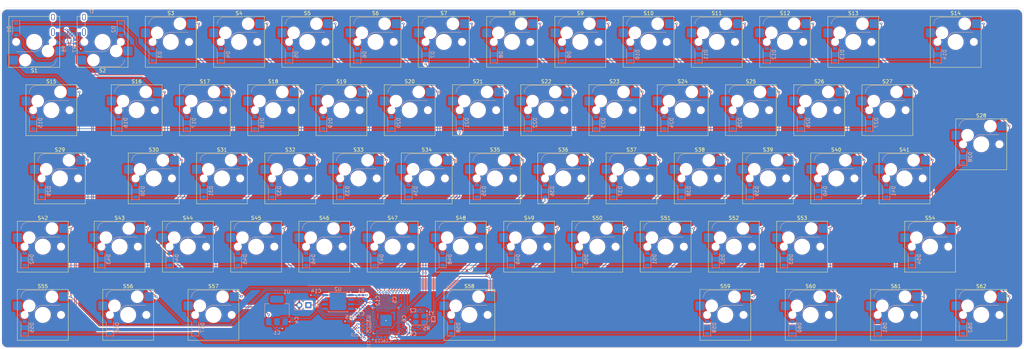
<source format=kicad_pcb>
(kicad_pcb (version 20240108) (generator "pcbnew") (generator_version "8.0")
  (layers (0 "F.Cu" signal) (31 "B.Cu" signal) (34 "B.Paste" user) (35 "F.Paste" user) (36 "B.SilkS" user "B.Silkscreen") (37 "F.SilkS" user "F.Silkscreen") (38 "B.Mask" user) (39 "F.Mask" user) (44 "Edge.Cuts" user))
  (net 0 "")
  (net 1 "GND")
  (net 2 "VBUS")
  (net 3 "/XIN")
  (net 4 "Net-(C3-Pad1)")
  (net 5 "+3V3")
  (net 6 "+1V1")
  (net 7 "Net-(D1-A)")
  (net 8 "row_0")
  (net 9 "Net-(D2-A)")
  (net 10 "Net-(D3-A)")
  (net 11 "Net-(D4-A)")
  (net 12 "Net-(D5-A)")
  (net 13 "Net-(D6-A)")
  (net 14 "Net-(D7-A)")
  (net 15 "Net-(D8-A)")
  (net 16 "Net-(D9-A)")
  (net 17 "Net-(D10-A)")
  (net 18 "Net-(D11-A)")
  (net 19 "Net-(D12-A)")
  (net 20 "Net-(D13-A)")
  (net 21 "Net-(D14-A)")
  (net 22 "Net-(D15-A)")
  (net 23 "row_1")
  (net 24 "Net-(D16-A)")
  (net 25 "Net-(D17-A)")
  (net 26 "Net-(D18-A)")
  (net 27 "Net-(D19-A)")
  (net 28 "Net-(D20-A)")
  (net 29 "Net-(D21-A)")
  (net 30 "Net-(D22-A)")
  (net 31 "Net-(D23-A)")
  (net 32 "Net-(D24-A)")
  (net 33 "Net-(D25-A)")
  (net 34 "Net-(D26-A)")
  (net 35 "Net-(D27-A)")
  (net 36 "row_2")
  (net 37 "Net-(D28-A)")
  (net 38 "Net-(D29-A)")
  (net 39 "Net-(D30-A)")
  (net 40 "Net-(D31-A)")
  (net 41 "Net-(D32-A)")
  (net 42 "Net-(D33-A)")
  (net 43 "Net-(D34-A)")
  (net 44 "Net-(D35-A)")
  (net 45 "Net-(D36-A)")
  (net 46 "Net-(D37-A)")
  (net 47 "Net-(D38-A)")
  (net 48 "Net-(D39-A)")
  (net 49 "Net-(D40-A)")
  (net 50 "Net-(D41-A)")
  (net 51 "row_3")
  (net 52 "Net-(D42-A)")
  (net 53 "Net-(D43-A)")
  (net 54 "Net-(D44-A)")
  (net 55 "Net-(D45-A)")
  (net 56 "Net-(D46-A)")
  (net 57 "Net-(D47-A)")
  (net 58 "Net-(D48-A)")
  (net 59 "Net-(D49-A)")
  (net 60 "Net-(D50-A)")
  (net 61 "Net-(D51-A)")
  (net 62 "Net-(D52-A)")
  (net 63 "Net-(D53-A)")
  (net 64 "Net-(D54-A)")
  (net 65 "Net-(D55-A)")
  (net 66 "row_4")
  (net 67 "Net-(D56-A)")
  (net 68 "Net-(D57-A)")
  (net 69 "Net-(D58-A)")
  (net 70 "Net-(D59-A)")
  (net 71 "Net-(D60-A)")
  (net 72 "Net-(D61-A)")
  (net 73 "Net-(D62-A)")
  (net 77 "Net-(J1-CC1)")
  (net 78 "/USB_D+")
  (net 81 "/USB_D-")
  (net 82 "Net-(J1-CC2)")
  (net 84 "/~{USB_BOOT}")
  (net 85 "/QSPI_SS")
  (net 86 "Net-(U3-USB_DP)")
  (net 87 "Net-(U3-USB_DM)")
  (net 88 "/XOUT")
  (net 89 "col_0")
  (net 90 "col_1")
  (net 91 "col_2")
  (net 92 "col_3")
  (net 93 "col_4")
  (net 94 "col_5")
  (net 95 "col_6")
  (net 96 "col_7")
  (net 97 "col_8")
  (net 98 "col_9")
  (net 99 "col_10")
  (net 100 "col_11")
  (net 101 "col_12")
  (net 102 "col_13")
  (net 103 "/QSPI_SD0")
  (net 104 "/QSPI_SD1")
  (net 105 "/QSPI_SCLK")
  (net 106 "/QSPI_SD3")
  (net 107 "/QSPI_SD2")
  (net 113 "/SWCLK")
  (net 116 "/SWD")
  (footprint "PCM_Switch_Keyboard_Hotswap_Kailh:SW_Hotswap_Kailh_MX_1.25u" (layer "F.Cu") (at 230.98125 114.3)
    (property "Reference" "S59")
    (property "Value" "MX1A")
  )
  (footprint "PCM_Switch_Keyboard_Hotswap_Kailh:SW_Hotswap_Kailh_MX_1.00u" (layer "F.Cu") (at 214.3125 95.25)
    (property "Reference" "S51")
    (property "Value" "MX1A")
  )
  (footprint "PCM_Switch_Keyboard_Hotswap_Kailh:SW_Hotswap_Kailh_MX_1.00u" (layer "F.Cu") (at 66.675 57.15)
    (property "Reference" "S16")
    (property "Value" "MX1A")
  )
  (footprint "PCM_Switch_Keyboard_Hotswap_Kailh:SW_Hotswap_Kailh_MX_1.00u" (layer "F.Cu") (at 209.55 38.1)
    (property "Reference" "S10")
    (property "Value" "MX1A")
  )
  (footprint "PCM_Switch_Keyboard_Hotswap_Kailh:SW_Hotswap_Kailh_MX_2.00u" (layer "F.Cu") (at 295.275 38.1)
    (property "Reference" "S14")
    (property "Value" "MX1A")
  )
  (footprint "PCM_Switch_Keyboard_Hotswap_Kailh:SW_Hotswap_Kailh_MX_1.25u" (layer "F.Cu") (at 302.41875 114.3)
    (property "Reference" "S62")
    (property "Value" "MX1A")
  )
  (footprint "PCM_Switch_Keyboard_Hotswap_Kailh:SW_Hotswap_Kailh_MX_1.00u" (layer "F.Cu") (at 219.075 57.15)
    (property "Reference" "S24")
    (property "Value" "MX1A")
  )
  (footprint "PCM_Switch_Keyboard_Hotswap_Kailh:SW_Hotswap_Kailh_MX_1.25u" (layer "F.Cu") (at 254.79375 114.3)
    (property "Reference" "S60")
    (property "Value" "MX1A")
  )
  (footprint "PCM_Switch_Keyboard_Hotswap_Kailh:SW_Hotswap_Kailh_MX_1.00u" (layer "F.Cu") (at 119.0625 95.25)
    (property "Reference" "S46")
    (property "Value" "MX1A")
  )
  (footprint "PCM_Switch_Keyboard_Hotswap_Kailh:SW_Hotswap_Kailh_MX_1.00u" (layer "F.Cu") (at 100.0125 95.25)
    (property "Reference" "S45")
    (property "Value" "MX1A")
  )
  (footprint "PCM_Switch_Keyboard_Hotswap_Kailh:SW_Hotswap_Kailh_MX_1.00u" (layer "F.Cu") (at 71.4375 76.2)
    (property "Reference" "S30")
    (property "Value" "MX1A")
  )
  (footprint "PCM_Switch_Keyboard_Hotswap_Kailh:SW_Hotswap_Kailh_MX_ISOEnter" (layer "F.Cu") (at 302.41875 66.675)
    (property "Reference" "S28")
    (property "Value" "MX1A")
  )
  (footprint "PCM_Switch_Keyboard_Hotswap_Kailh:SW_Hotswap_Kailh_MX_1.00u" (layer "F.Cu") (at 128.5875 76.2)
    (property "Reference" "S33")
    (property "Value" "MX1A")
  )
  (footprint "PCM_Switch_Keyboard_Hotswap_Kailh:SW_Hotswap_Kailh_MX_1.00u" (layer "F.Cu") (at 152.4 38.1)
    (property "Reference" "S7")
    (property "Value" "MX1A")
  )
  (footprint "PCM_Switch_Keyboard_Hotswap_Kailh:SW_Hotswap_Kailh_MX_1.00u" (layer "F.Cu") (at 200.025 57.15)
    (property "Reference" "S23")
    (property "Value" "MX1A")
  )
  (footprint "PCM_Switch_Keyboard_Hotswap_Kailh:SW_Hotswap_Kailh_MX_1.00u" (layer "F.Cu") (at 257.175 57.15)
    (property "Reference" "S26")
    (property "Value" "MX1A")
  )
  (footprint "PCM_Switch_Keyboard_Hotswap_Kailh:SW_Hotswap_Kailh_MX_1.00u" (layer "F.Cu") (at 138.1125 95.25)
    (property "Reference" "S47")
    (property "Value" "MX1A")
  )
  (footprint "PCM_Switch_Keyboard_Hotswap_Kailh:SW_Hotswap_Kailh_MX_1.00u" (layer "F.Cu") (at 176.2125 95.25)
    (property "Reference" "S49")
    (property "Value" "MX1A")
  )
  (footprint "PCM_Switch_Keyboard_Hotswap_Kailh:SW_Hotswap_Kailh_MX_1.25u" (layer "F.Cu") (at 278.60625 114.3)
    (property "Reference" "S61")
    (property "Value" "MX1A")
  )
  (footprint "PCM_Switch_Keyboard_Hotswap_Kailh:SW_Hotswap_Kailh_MX_1.75u" (layer "F.Cu") (at 45.24375 76.2)
    (property "Reference" "S29")
    (property "Value" "MX1A")
  )
  (footprint "PCM_Switch_Keyboard_Hotswap_Kailh:SW_Hotswap_Kailh_MX_1.00u" (layer "F.Cu") (at 185.7375 76.2)
    (property "Reference" "S36")
    (property "Value" "MX1A")
  )
  (footprint "PCM_Switch_Keyboard_Hotswap_Kailh:SW_Hotswap_Kailh_MX_1.00u" (layer "F.Cu") (at 233.3625 95.25)
    (property "Reference" "S52")
    (property "Value" "MX1A")
  )
  (footprint "PCM_Switch_Keyboard_Hotswap_Kailh:SW_Hotswap_Kailh_MX_1.00u" (layer "F.Cu") (at 95.25 38.1)
    (property "Reference" "S4")
    (property "Value" "MX1A")
  )
  (footprint "PCM_Switch_Keyboard_Hotswap_Kailh:SW_Hotswap_Kailh_MX_1.00u" (layer "F.Cu") (at 228.6 38.1)
    (property "Reference" "S11")
    (property "Value" "MX1A")
  )
  (footprint "PCM_Switch_Keyboard_Hotswap_Kailh:SW_Hotswap_Kailh_MX_1.00u" (layer "F.Cu") (at 76.2 38.1)
    (property "Reference" "S3")
    (property "Value" "MX1A")
  )
  (footprint "PCM_Switch_Keyboard_Hotswap_Kailh:SW_Hotswap_Kailh_MX_1.00u" (layer "F.Cu") (at 204.7875 76.2)
    (property "Reference" "S37")
    (property "Value" "MX1A")
  )
  (footprint "PCM_Switch_Keyboard_Hotswap_Kailh:SW_Hotswap_Kailh_MX_1.00u" (layer "F.Cu") (at 276.225 57.15)
    (property "Reference" "S27")
    (property "Value" "MX1A")
  )
  (footprint "PCM_Switch_Keyboard_Hotswap_Kailh:SW_Hotswap_Kailh_MX_1.00u" (layer "F.Cu") (at 266.7 38.1)
    (property "Reference" "S13")
    (property "Value" "MX1A")
  )
  (footprint "PCM_Switch_Keyboard_Hotswap_Kailh:SW_Hotswap_Kailh_MX_1.00u" (layer "F.Cu") (at 157.1625 95.25)
    (property "Reference" "S48")
    (property "Value" "MX1A")
  )
  (footprint "PCM_Switch_Keyboard_Hotswap_Kailh:SW_Hotswap_Kailh_MX_1.00u" (layer "F.Cu") (at 223.8375 76.2)
    (property "Reference" "S38")
    (property "Value" "MX1A")
  )
  (footprint "PCM_Switch_Keyboard_Hotswap_Kailh:SW_Hotswap_Kailh_MX_1.00u" (layer "F.Cu") (at 114.3 38.1)
    (property "Reference" "S5")
    (property "Value" "MX1A")
  )
  (footprint "PCM_Switch_Keyboard_Hotswap_Kailh:SW_Hotswap_Kailh_MX_2.75u" (layer "F.Cu") (at 288.13125 95.25)
    (property "Reference" "S54")
    (property "Value" "MX1A")
  )
  (footprint "PCM_Switch_Keyboard_Hotswap_Kailh:SW_Hotswap_Kailh_MX_1.00u" (layer "F.Cu") (at 252.4125 95.25)
    (property "Reference" "S53")
    (property "Value" "MX1A")
  )
  (footprint "PCM_Switch_Keyboard_Hotswap_Kailh:SW_Hotswap_Kailh_MX_1.00u" (layer "F.Cu") (at 280.9875 76.2)
    (property "Reference" "S41")
    (property "Value" "MX1A")
  )
  (footprint "PCM_Switch_Keyboard_Hotswap_Kailh:SW_Hotswap_Kailh_MX_1.00u" (layer "F.Cu") (at 38.1 38.1 180)
    (property "Reference" "S1")
    (property "Value" "MX1A")
  )
  (footprint "PCM_Switch_Keyboard_Hotswap_Kailh:SW_Hotswap_Kailh_MX_1.00u" (layer "F.Cu") (at 242.8875 76.2)
    (property "Reference" "S39")
    (property "Value" "MX1A")
  )
  (footprint "PCM_Switch_Keyboard_Hotswap_Kailh:SW_Hotswap_Kailh_MX_1.00u" (layer "F.Cu") (at 171.45 38.1)
    (property "Reference" "S8")
    (property "Value" "MX1A")
  )
  (footprint "PCM_Switch_Keyboard_Hotswap_Kailh:SW_Hotswap_Kailh_MX_1.00u" (layer "F.Cu") (at 190.5 38.1)
    (property "Reference" "S9")
    (property "Value" "MX1A")
  )
  (footprint "PCM_Switch_Keyboard_Hotswap_Kailh:SW_Hotswap_Kailh_MX_1.00u" (layer "F.Cu") (at 80.9625 95.25)
    (property "Reference" "S44")
    (property "Value" "MX1A")
  )
  (footprint "PCM_Switch_Keyboard_Hotswap_Kailh:SW_Hotswap_Kailh_MX_1.25u" (layer "F.Cu") (at 88.10625 114.3)
    (property "Reference" "S57")
    (property "Value" "MX1A")
  )
  (footprint "PCM_Switch_Keyboard_Hotswap_Kailh:SW_Hotswap_Kailh_MX_1.00u" (layer "F.Cu") (at 109.5375 76.2)
    (property "Reference" "S32")
    (property "Value" "MX1A")
  )
  (footprint "PCM_Switch_Keyboard_Hotswap_Kailh:SW_Hotswap_Kailh_MX_1.00u" (layer "F.Cu") (at 85.725 57.15)
    (property "Reference" "S17")
    (property "Value" "MX1A")
  )
  (footprint "PCM_Switch_Keyboard_Hotswap_Kailh:SW_Hotswap_Kailh_MX_1.00u" (layer "F.Cu") (at 57.15 38.1 180)
    (property "Reference" "S2")
    (property "Value" "MX1A")
  )
  (footprint "PCM_Switch_Keyboard_Hotswap_Kailh:SW_Hotswap_Kailh_MX_1.25u" (layer "F.Cu") (at 64.29375 114.3)
    (property "Reference" "S56")
    (property "Value" "MX1A")
  )
  (footprint "PCM_Switch_Keyboard_Hotswap_Kailh:SW_Hotswap_Kailh_MX_1.50u" (layer "F.Cu") (at 42.8625 57.15)
    (property "Reference" "S15")
    (property "Value" "MX1A")
  )
  (footprint "PCM_Switch_Keyboard_Hotswap_Kailh:SW_Hotswap_Kailh_MX_1.00u" (layer "F.Cu") (at 195.2625 95.25)
    (property "Reference" "S50")
    (property "Value" "MX1A")
  )
  (footprint "PCM_Switch_Keyboard_Hotswap_Kailh:SW_Hotswap_Kailh_MX_1.00u" (layer "F.Cu") (at 147.6375 76.2)
    (property "Reference" "S34")
    (property "Value" "MX1A")
  )
  (footprint "PCM_Switch_Keyboard_Hotswap_Kailh:SW_Hotswap_Kailh_MX_1.00u" (layer "F.Cu") (at 261.9375 76.2)
    (property "Reference" "S40")
    (property "Value" "MX1A")
  )
  (footprint "PCM_Switch_Keyboard_Hotswap_Kailh:SW_Hotswap_Kailh_MX_1.00u" (layer "F.Cu") (at 247.65 38.1)
    (property "Reference" "S12")
    (property "Value" "MX1A")
  )
  (footprint "PCM_Switch_Keyboard_Hotswap_Kailh:SW_Hotswap_Kailh_MX_1.25u" (layer "F.Cu") (at 40.48125 114.3)
    (property "Reference" "S55")
    (property "Value" "MX1A")
  )
  (footprint "PCM_Switch_Keyboard_Hotswap_Kailh:SW_Hotswap_Kailh_MX_1.00u" (layer "F.Cu") (at 104.775 57.15)
    (property "Reference" "S18")
    (property "Value" "MX1A")
  )
  (footprint "PCM_Switch_Keyboard_Hotswap_Kailh:SW_Hotswap_Kailh_MX_1.00u" (layer "F.Cu") (at 166.6875 76.2)
    (property "Reference" "S35")
    (property "Value" "MX1A")
  )
  (footprint "PCM_Switch_Keyboard_Hotswap_Kailh:SW_Hotswap_Kailh_MX_1.00u" (layer "F.Cu") (at 161.925 57.15)
    (property "Reference" "S21")
    (property "Value" "MX1A")
  )
  (footprint "PCM_Switch_Keyboard_Hotswap_Kailh:SW_Hotswap_Kailh_MX_1.00u" (layer "F.Cu") (at 180.975 57.15)
    (property "Reference" "S22")
    (property "Value" "MX1A")
  )
  (footprint "PCM_Switch_Keyboard_Hotswap_Kailh:SW_Hotswap_Kailh_MX_6.25u" (layer "F.Cu") (at 159.54375 114.3)
    (property "Reference" "S58")
    (property "Value" "MX1A")
  )
  (footprint "PCM_Switch_Keyboard_Hotswap_Kailh:SW_Hotswap_Kailh_MX_1.00u" (layer "F.Cu") (at 123.825 57.15)
    (property "Reference" "S19")
    (property "Value" "MX1A")
  )
  (footprint "PCM_Switch_Keyboard_Hotswap_Kailh:SW_Hotswap_Kailh_MX_1.00u" (layer "F.Cu") (at 61.9125 95.25)
    (property "Reference" "S43")
    (property "Value" "MX1A")
  )
  (footprint "PCM_Switch_Keyboard_Hotswap_Kailh:SW_Hotswap_Kailh_MX_1.00u" (layer "F.Cu") (at 142.875 57.15)
    (property "Reference" "S20")
    (property "Value" "MX1A")
  )
  (footprint "PCM_Switch_Keyboard_Hotswap_Kailh:SW_Hotswap_Kailh_MX_1.25u" (layer "F.Cu") (at 40.48125 95.25)
    (property "Reference" "S42")
    (property "Value" "MX1A")
  )
  (footprint "PCM_Switch_Keyboard_Hotswap_Kailh:SW_Hotswap_Kailh_MX_1.00u" (layer "F.Cu") (at 133.35 38.1)
    (property "Reference" "S6")
    (property "Value" "MX1A")
  )
  (footprint "PCM_Switch_Keyboard_Hotswap_Kailh:SW_Hotswap_Kailh_MX_1.00u" (layer "F.Cu") (at 90.4875 76.2)
    (property "Reference" "S31")
    (property "Value" "MX1A")
  )
  (footprint "PCM_Switch_Keyboard_Hotswap_Kailh:SW_Hotswap_Kailh_MX_1.00u" (layer "F.Cu") (at 238.125 57.15)
    (property "Reference" "S25")
    (property "Value" "MX1A")
  )
  (footprint "Capacitor_SMD:C_0402_1005Metric" (layer "B.Cu") (at 105.825 118.075)
    (property "Reference" "C1")
    (property "Value" "10u")
  )
  (footprint "Diode_SMD:D_SOD-123" (layer "B.Cu") (at 256.8575 79.73 90)
    (property "Reference" "D40")
    (property "Value" "DIODE")
  )
  (footprint "Diode_SMD:D_SOD-123" (layer "B.Cu") (at 35.40125 117.83 90)
    (property "Reference" "D55")
    (property "Value" "DIODE")
  )
  (footprint "Resistor_SMD:R_0402_1005Metric" (layer "B.Cu") (at 46.375 38.03 -90)
    (property "Reference" "R6")
    (property "Value" "5K1")
  )
  (footprint "Diode_SMD:D_SOD-123" (layer "B.Cu") (at 242.57 41.63 90)
    (property "Reference" "D12")
    (property "Value" "DIODE")
  )
  (footprint "Diode_SMD:D_SOD-123" (layer "B.Cu") (at 199.7075 79.73 90)
    (property "Reference" "D37")
    (property "Value" "DIODE")
  )
  (footprint "Diode_SMD:D_SOD-123" (layer "B.Cu") (at 175.895 60.68 90)
    (property "Reference" "D22")
    (property "Value" "DIODE")
  )
  (footprint "Diode_SMD:D_SOD-123" (layer "B.Cu") (at 233.045 60.68 90)
    (property "Reference" "D25")
    (property "Value" "DIODE")
  )
  (footprint "Diode_SMD:D_SOD-123" (layer "B.Cu") (at 61.595 60.68 90)
    (property "Reference" "D16")
    (property "Value" "DIODE")
  )
  (footprint "Diode_SMD:D_SOD-123" (layer "B.Cu") (at 297.33875 117.83 90)
    (property "Reference" "D62")
    (property "Value" "DIODE")
  )
  (footprint "Capacitor_SMD:C_0402_1005Metric" (layer "B.Cu") (at 141.2125 117.305 -90)
    (property "Reference" "C6")
    (property "Value" "100n")
  )
  (footprint "Resistor_SMD:R_0402_1005Metric" (layer "B.Cu") (at 129.8375 116.875)
    (property "Reference" "R3")
    (property "Value" "27.4")
  )
  (footprint "Capacitor_SMD:C_0402_1005Metric" (layer "B.Cu") (at 134.4625 120.575)
    (property "Reference" "C13")
    (property "Value" "100n")
  )
  (footprint "Diode_SMD:D_SOD-123" (layer "B.Cu") (at 213.995 60.68 90)
    (property "Reference" "D24")
    (property "Value" "DIODE")
  )
  (footprint "Diode_SMD:D_SOD-123" (layer "B.Cu") (at 156.845 60.68 90)
    (property "Reference" "D21")
    (property "Value" "DIODE")
  )
  (footprint "Diode_SMD:D_SOD-123" (layer "B.Cu") (at 56.8325 98.78 90)
    (property "Reference" "D43")
    (property "Value" "DIODE")
  )
  (footprint "Diode_SMD:D_SOD-123" (layer "B.Cu") (at 194.945 60.68 90)
    (property "Reference" "D23")
    (property "Value" "DIODE")
  )
  (footprint "Diode_SMD:D_SOD-123" (layer "B.Cu") (at 180.6575 79.73 90)
    (property "Reference" "D36")
    (property "Value" "DIODE")
  )
  (footprint "Diode_SMD:D_SOD-123" (layer "B.Cu") (at 40.16375 79.73 90)
    (property "Reference" "D29")
    (property "Value" "DIODE")
  )
  (footprint "Resistor_SMD:R_0402_1005Metric" (layer "B.Cu") (at 129.8375 117.875)
    (property "Reference" "R4")
    (property "Value" "27.4")
  )
  (footprint "Capacitor_SMD:C_0402_1005Metric" (layer "B.Cu") (at 129.8375 118.875 180)
    (property "Reference" "C8")
    (property "Value" "1u")
  )
  (footprint "Capacitor_SMD:C_0402_1005Metric" (layer "B.Cu") (at 143.845 118.475)
    (property "Reference" "C9")
    (property "Value" "100n")
  )
  (footprint "Connector_PinHeader_2.54mm:PinHeader_1x02_P2.54mm_Vertical" (layer "B.Cu") (at 114.6 111.575 90)
    (property "Reference" "J2")
    (property "Value" "Conn_01x02")
  )
  (footprint "Diode_SMD:D_SOD-123" (layer "B.Cu") (at 75.8825 98.78 90)
    (property "Reference" "D44")
    (property "Value" "DIODE")
  )
  (footprint "Resistor_SMD:R_0402_1005Metric" (layer "B.Cu") (at 129.325 108.785 180)
    (property "Reference" "R1")
    (property "Value" "1k")
  )
  (footprint "Diode_SMD:D_SOD-123" (layer "B.Cu") (at 171.1325 98.78 90)
    (property "Reference" "D49")
    (property "Value" "DIODE")
  )
  (footprint "Diode_SMD:D_SOD-123" (layer "B.Cu") (at 62.23 34.57 -90)
    (property "Reference" "D2")
    (property "Value" "DIODE")
  )
  (footprint "Diode_SMD:D_SOD-123" (layer "B.Cu") (at 218.7575 79.73 90)
    (property "Reference" "D38")
    (property "Value" "DIODE")
  )
  (footprint "Diode_SMD:D_SOD-123" (layer "B.Cu") (at 33.02 34.57 -90)
    (property "Reference" "D1")
    (property "Value" "DIODE")
  )
  (footprint "Package_SO:SOIC-8_5.23x5.23mm_P1.27mm" (layer "B.Cu") (at 122.8625 110.69 180)
    (property "Reference" "U2")
    (property "Value" "W25Q128JVS")
  )
  (footprint "Diode_SMD:D_SOD-123" (layer "B.Cu") (at 252.095 60.68 90)
    (property "Reference" "D26")
    (property "Value" "DIODE")
  )
  (footprint "Diode_SMD:D_SOD-123" (layer "B.Cu") (at 59.21375 117.83 90)
    (property "Reference" "D56")
    (property "Value" "DIODE")
  )
  (footprint "Capacitor_SMD:C_0402_1005Metric" (layer "B.Cu") (at 129.325 115.075 180)
    (property "Reference" "C7")
    (property "Value" "100n")
  )
  (footprint "Diode_SMD:D_SOD-123" (layer "B.Cu") (at 225.90125 117.83 90)
    (property "Reference" "D59")
    (property "Value" "DIODE")
  )
  (footprint "Diode_SMD:D_SOD-123" (layer "B.Cu") (at 152.0825 98.78 90)
    (property "Reference" "D48")
    (property "Value" "DIODE")
  )
  (footprint "Diode_SMD:D_SOD-123" (layer "B.Cu") (at 249.71375 117.83 90)
    (property "Reference" "D60")
    (property "Value" "DIODE")
  )
  (footprint "Capacitor_SMD:C_0402_1005Metric" (layer "B.Cu") (at 137.5125 110.075 90)
    (property "Reference" "C5")
    (property "Value" "100n")
  )
  (footprint "Capacitor_SMD:C_0402_1005Metric" (layer "B.Cu") (at 145.7125 113.225)
    (property "Reference" "C2")
    (property "Value" "20p")
  )
  (footprint "Diode_SMD:D_SOD-123" (layer "B.Cu") (at 80.645 60.68 90)
    (property "Reference" "D17")
    (property "Value" "DIODE")
  )
  (footprint "Diode_SMD:D_SOD-123" (layer "B.Cu") (at 35.40125 98.78 90)
    (property "Reference" "D42")
    (property "Value" "DIODE")
  )
  (footprint "Crystal:Crystal_SMD_3225-4Pin_3.2x2.5mm" (layer "B.Cu") (at 145.7125 115.475 180)
    (property "Reference" "Y1")
    (property "Value" "Crystal_GND24")
  )
  (footprint "Package_TO_SOT_SMD:SOT-223" (layer "B.Cu") (at 105.825 113.075 90)
    (property "Reference" "U1")
    (property "Value" "TLV1117-33")
  )
  (footprint "Diode_SMD:D_SOD-123" (layer "B.Cu") (at 204.47 41.63 90)
    (property "Reference" "D10")
    (property "Value" "DIODE")
  )
  (footprint "Diode_SMD:D_SOD-123" (layer "B.Cu") (at 209.2325 98.78 90)
    (property "Reference" "D51")
    (property "Value" "DIODE")
  )
  (footprint "Diode_SMD:D_SOD-123" (layer "B.Cu") (at 261.62 41.63 90)
    (property "Reference" "D13")
    (property "Value" "DIODE")
  )
  (footprint "Diode_SMD:D_SOD-123" (layer "B.Cu") (at 99.695 60.68 90)
    (property "Reference" "D18")
    (property "Value" "DIODE")
  )
  (footprint "Diode_SMD:D_SOD-123" (layer "B.Cu") (at 297.33875 70.205 90)
    (property "Reference" "D28")
    (property "Value" "DIODE")
  )
  (footprint "Diode_SMD:D_SOD-123" (layer "B.Cu") (at 154.46375 117.83 90)
    (property "Reference" "D58")
    (property "Value" "DIODE")
  )
  (footprint "Diode_SMD:D_SOD-123" (layer "B.Cu") (at 123.5075 79.73 90)
    (property "Reference" "D33")
    (property "Value" "DIODE")
  )
  (footprint "Diode_SMD:D_SOD-123" (layer "B.Cu") (at 137.795 60.68 90)
    (property "Reference" "D20")
    (property "Value" "DIODE")
  )
  (footprint "Capacitor_SMD:C_0402_1005Metric" (layer "B.Cu") (at 116.7625 108.785 180)
    (property "Reference" "C14")
    (property "Value" "100n")
  )
  (footprint "Diode_SMD:D_SOD-123" (layer "B.Cu") (at 118.745 60.68 90)
    (property "Reference" "D19")
    (property "Value" "DIODE")
  )
  (footprint "Diode_SMD:D_SOD-123" (layer "B.Cu") (at 104.4575 79.73 90)
    (property "Reference" "D32")
    (property "Value" "DIODE")
  )
  (footprint "Diode_SMD:D_SOD-123" (layer "B.Cu") (at 271.145 60.68 90)
    (property "Reference" "D27")
    (property "Value" "DIODE")
  )
  (footprint "Capacitor_SMD:C_0402_1005Metric" (layer "B.Cu") (at 131.4625 120.355 -90)
    (property "Reference" "C11")
    (property "Value" "100n")
  )
  (footprint "Diode_SMD:D_SOD-123" (layer "B.Cu") (at 37.7825 60.68 90)
    (property "Reference" "D15")
    (property "Value" "DIODE")
  )
  (footprint "Diode_SMD:D_SOD-123" (layer "B.Cu") (at 128.27 41.63 90)
    (property "Reference" "D6")
    (property "Value" "DIODE")
  )
  (footprint "Resistor_SMD:R_0402_1005Metric" (layer "B.Cu") (at 49.375 38.03 -90)
    (property "Reference" "R7")
    (property "Value" "5K1")
  )
  (footprint "Diode_SMD:D_SOD-123" (layer "B.Cu") (at 83.02625 117.83 90)
    (property "Reference" "D57")
    (property "Value" "DIODE")
  )
  (footprint "Diode_SMD:D_SOD-123" (layer "B.Cu") (at 161.6075 79.73 90)
    (property "Reference" "D35")
    (property "Value" "DIODE")
  )
  (footprint "Diode_SMD:D_SOD-123" (layer "B.Cu") (at 71.12 41.63 90)
    (property "Reference" "D3")
    (property "Value" "DIODE")
  )
  (footprint "Diode_SMD:D_SOD-123" (layer "B.Cu") (at 185.42 41.63 90)
    (property "Reference" "D9")
    (property "Value" "DIODE")
  )
  (footprint "Capacitor_SMD:C_0402_1005Metric" (layer "B.Cu") (at 132.825 110.325 90)
    (property "Reference" "C12")
    (property "Value" "100n")
  )
  (footprint "Diode_SMD:D_SOD-123" (layer "B.Cu") (at 237.8075 79.73 90)
    (property "Reference" "D39")
    (property "Value" "DIODE")
  )
  (footprint "Capacitor_SMD:C_0402_1005Metric" (layer "B.Cu") (at 148.3625 115.475 90)
    (property "Reference" "C3")
    (property "Value" "20p")
  )
  (footprint "Capacitor_SMD:C_0402_1005Metric" (layer "B.Cu") (at 110.075 115.745 -90)
    (property "Reference" "C4")
    (property "Value" "10u")
  )
  (footprint "Capacitor_SMD:C_0402_1005Metric" (layer "B.Cu") (at 136.4625 120.575 180)
    (property "Reference" "C16")
    (property "Value" "100n")
  )
  (footprint "Diode_SMD:D_SOD-123" (layer "B.Cu") (at 133.0325 98.78 90)
    (property "Reference" "D47")
    (property "Value" "DIODE")
  )
  (footprint "Diode_SMD:D_SOD-123" (layer "B.Cu") (at 85.4075 79.73 90)
    (property "Reference" "D31")
    (property "Value" "DIODE")
  )
  (footprint "Diode_SMD:D_SOD-123" (layer "B.Cu") (at 109.22 41.63 90)
    (property "Reference" "D5")
    (property "Value" "DIODE")
  )
  (footprint "Diode_SMD:D_SOD-123" (layer "B.Cu") (at 94.9325 98.78 90)
    (property "Reference" "D45")
    (property "Value" "DIODE")
  )
  (footprint "Diode_SMD:D_SOD-123" (layer "B.Cu") (at 166.37 41.63 90)
    (property "Reference" "D8")
    (property "Value" "DIODE")
  )
  (footprint "Connector_USB:USB_C_Receptacle_GCT_USB4105-xx-A_16P_TopMnt_Horizontal" (layer "B.Cu") (at 47.625 32.25)
    (property "Reference" "J1")
    (property "Value" "USB_C_Receptacle_USB2.0_16P")
  )
  (footprint "Capacitor_SMD:C_0402_1005Metric" (layer "B.Cu") (at 126.325 116.075 180)
    (property "Reference" "C15")
    (property "Value" "100n")
  )
  (footprint "Diode_SMD:D_SOD-123" (layer "B.Cu") (at 223.52 41.63 90)
    (property "Reference" "D11")
    (property "Value" "DIODE")
  )
  (footprint "Diode_SMD:D_SOD-123" (layer "B.Cu") (at 190.1825 98.78 90)
    (property "Reference" "D50")
    (property "Value" "DIODE")
  )
  (footprint "Diode_SMD:D_SOD-123" (layer "B.Cu") (at 228.2825 98.78 90)
    (property "Reference" "D52")
    (property "Value" "DIODE")
  )
  (footprint "Diode_SMD:D_SOD-123" (layer "B.Cu") (at 275.9075 79.73 90)
    (property "Reference" "D41")
    (property "Value" "DIODE")
  )
  (footprint "Diode_SMD:D_SOD-123" (layer "B.Cu") (at 66.3575 79.73 90)
    (property "Reference" "D30")
    (property "Value" "DIODE")
  )
  (footprint "Package_DFN_QFN:QFN-56-1EP_7x7mm_P0.4mm_EP3.2x3.2mm" (layer "B.Cu") (at 136.275 115.875 -90)
    (property "Reference" "U3")
    (property "Value" "RP2040")
  )
  (footprint "Diode_SMD:D_SOD-123" (layer "B.Cu") (at 113.9825 98.78 90)
    (property "Reference" "D46")
    (property "Value" "DIODE")
  )
  (footprint "Diode_SMD:D_SOD-123" (layer "B.Cu") (at 147.32 41.63 90)
    (property "Reference" "D7")
    (property "Value" "DIODE")
  )
  (footprint "Resistor_SMD:R_0402_1005Metric" (layer "B.Cu") (at 145.7125 117.725 180)
    (property "Reference" "R5")
    (property "Value" "1k")
  )
  (footprint "Diode_SMD:D_SOD-123" (layer "B.Cu") (at 247.3325 98.78 90)
    (property "Reference" "D53")
    (property "Value" "DIODE")
  )
  (footprint "Diode_SMD:D_SOD-123" (layer "B.Cu") (at 290.195 41.63 90)
    (property "Reference" "D14")
    (property "Value" "DIODE")
  )
  (footprint "Diode_SMD:D_SOD-123" (layer "B.Cu") (at 283.05125 98.78 90)
    (property "Reference" "D54")
    (property "Value" "DIODE")
  )
  (footprint "Diode_SMD:D_SOD-123" (layer "B.Cu") (at 142.5575 79.73 90)
    (property "Reference" "D34")
    (property "Value" "DIODE")
  )
  (footprint "Diode_SMD:D_SOD-123" (layer "B.Cu") (at 273.52625 117.83 90)
    (property "Reference" "D61")
    (property "Value" "DIODE")
  )
  (footprint "Diode_SMD:D_SOD-123" (layer "B.Cu") (at 90.17 41.63 90)
    (property "Reference" "D4")
    (property "Value" "DIODE")
  )
  (footprint "Capacitor_SMD:C_0402_1005Metric" (layer "B.Cu") (at 129.8375 119.875 180)
    (property "Reference" "C10")
    (property "Value" "1u")
  )
  (gr_arc (start 312.325 28.575) (mid 313.739214 29.160786) (end 314.325 30.575) (stroke (width 0.05)) (layer "Edge.Cuts"))
  (gr_line (start 312.325 123.825) (end 30.575 123.825) (stroke (width 0.05)) (layer "Edge.Cuts"))
  (gr_line (start 30.575 28.575) (end 312.325 28.575) (stroke (width 0.05)) (layer "Edge.Cuts"))
  (gr_arc (start 28.575 30.575) (mid 29.160786 29.160786) (end 30.575 28.575) (stroke (width 0.05)) (layer "Edge.Cuts"))
  (gr_arc (start 314.325 121.825) (mid 313.739214 123.239214) (end 312.325 123.825) (stroke (width 0.05)) (layer "Edge.Cuts"))
  (gr_arc (start 30.575 123.825) (mid 29.160786 123.239214) (end 28.575 121.825) (stroke (width 0.05)) (layer "Edge.Cuts"))
  (gr_line (start 314.325 30.575) (end 314.325 121.825) (stroke (width 0.05)) (layer "Edge.Cuts"))
  (gr_line (start 28.575 121.825) (end 28.575 30.575) (stroke (width 0.05)) (layer "Edge.Cuts"))
  (via (at 51.075 40.075) (size 0.6) (drill 0.3) (layers "F.Cu" "B.Cu") (net 1))
  (via (at 115.2825 108.785) (size 0.6) (drill 0.3) (layers "F.Cu" "B.Cu") (net 1))
  (via (at 129.3575 120.875) (size 0.6) (drill 0.3) (layers "F.Cu" "B.Cu") (net 1))
  (via (at 143.011765 115.625735) (size 0.6) (drill 0.3) (layers "F.Cu" "B.Cu") (net 1))
  (via (at 127.9625 112.595) (size 0.6) (drill 0.3) (layers "F.Cu" "B.Cu") (net 1))
  (via (at 107.305 118.075) (size 0.6) (drill 0.3) (layers "F.Cu" "B.Cu") (net 1))
  (via (at 137.55 108.586027) (size 0.6) (drill 0.3) (layers "F.Cu" "B.Cu") (net 1))
  (via (at 131.825 109.845) (size 0.6) (drill 0.3) (layers "F.Cu" "B.Cu") (net 1))
  (via (at 127.845 115.075) (size 0.6) (drill 0.3) (layers "F.Cu" "B.Cu") (net 1))
  (via (at 124.845 116.075) (size 0.6) (drill 0.3) (layers "F.Cu" "B.Cu") (net 1))
  (via (at 136.275 115.875) (size 0.6) (drill 0.3) (layers "F.Cu" "B.Cu") (net 1))
  (via (at 132.575 121.175) (size 0.6) (drill 0.3) (layers "F.Cu" "B.Cu") (net 1))
  (via (at 147.7125 113.225) (size 0.6) (drill 0.3) (layers "F.Cu" "B.Cu") (net 1))
  (via (at 142.075 118.575) (size 0.6) (drill 0.3) (layers "F.Cu" "B.Cu") (net 1))
  (segment (start 144.3125 116.325) (end 144.1125 116.325) (width 0.2) (layer "B.Cu") (net 1))
  (segment (start 129.3575 119.875) (end 129.3575 118.875) (width 0.2) (layer "B.Cu") (net 1))
  (segment (start 132.575 121.175) (end 131.8025 121.175) (width 0.2) (layer "B.Cu") (net 1))
  (segment (start 108.125 116.225) (end 108.125 116.255) (width 0.2) (layer "B.Cu") (net 1))
  (segment (start 44.425 36.59) (end 46.375 38.54) (width 0.2) (layer "B.Cu") (net 1))
  (segment (start 46.465 38.53) (end 46.375 38.44) (width 0.2) (layer "B.Cu") (net 1))
  (segment (start 147.7125 113.225) (end 146.1925 113.225) (width 0.2) (layer "B.Cu") (net 1))
  (segment (start 127.845 115.075) (end 128.845 115.075) (width 0.2) (layer "B.Cu") (net 1))
  (segment (start 146.8125 114.625) (end 146.8125 113.845) (width 0.2) (layer "B.Cu") (net 1))
  (segment (start 124.845 116.075) (end 125.845 116.075) (width 0.2) (layer "B.Cu") (net 1))
  (segment (start 140.743418 114.875) (end 139.7125 114.875) (width 0.2) (layer "B.Cu") (net 1))
  (segment (start 143.003418 112.615) (end 140.743418 114.875) (width 0.2) (layer "B.Cu") (net 1))
  (segment (start 143.011765 115.625735) (end 143.71103 116.325) (width 0.2) (layer "B.Cu") (net 1))
  (segment (start 134.3325 121.185) (end 134.9425 120.575) (width 0.2) (layer "B.Cu") (net 1))
  (segment (start 49.54 38.54) (end 51.075 40.075) (width 0.2) (layer "B.Cu") (net 1))
  (segment (start 134.9425 120.575) (end 135.9825 120.575) (width 0.2) (layer "B.Cu") (net 1))
  (segment (start 132.575 121.175) (end 132.585 121.185) (width 0.2) (layer "B.Cu") (net 1))
  (segment (start 44.425 35.93) (end 44.425 36.59) (width 0.2) (layer "B.Cu") (net 1))
  (segment (start 148.9725 114.485) (end 147.7125 113.225) (width 0.2) (layer "B.Cu") (net 1))
  (segment (start 143.71103 116.325) (end 144.6125 116.325) (width 0.2) (layer "B.Cu") (net 1))
  (segment (start 146.8125 113.845) (end 146.1925 113.225) (width 0.2) (layer "B.Cu") (net 1))
  (segment (start 137.5125 109.595) (end 137.5125 108.623527) (width 0.2) (layer "B.Cu") (net 1))
  (segment (start 49.375 38.54) (end 49.54 38.54) (width 0.2) (layer "B.Cu") (net 1))
  (segment (start 141.285 117.785) (end 142.075 118.575) (width 0.2) (layer "B.Cu") (net 1))
  (segment (start 129.3575 119.875) (end 129.3575 120.875) (width 0.2) (layer "B.Cu") (net 1))
  (segment (start 106.305 118.075) (end 107.305 118.075) (width 0.2) (layer "B.Cu") (net 1))
  (segment (start 50.825 37.09) (end 49.375 38.54) (width 0.2) (layer "B.Cu") (net 1))
  (segment (start 108.125 116.255) (end 106.305 118.075) (width 0.2) (layer "B.Cu") (net 1))
  (segment (start 132.585 121.185) (end 134.3325 121.185) (width 0.2) (layer "B.Cu") (net 1))
  (segment (start 141.2125 117.785) (end 141.285 117.785) (width 0.2) (layer "B.Cu") (net 1))
  (segment (start 51.01 40.075) (end 51.075 40.075) (width 0.2) (layer "B.Cu") (net 1))
  (segment (start 50.825 35.93) (end 50.825 37.09) (width 0.2) (layer "B.Cu") (net 1))
  (segment (start 146.8125 118.475) (end 148.9725 116.315) (width 0.2) (layer "B.Cu") (net 1))
  (segment (start 46.375 38.54) (end 49.375 38.54) (width 0.2) (layer "B.Cu") (net 1))
  (segment (start 116.2825 108.785) (end 115.2825 108.785) (width 0.2) (layer "B.Cu") (net 1))
  (segment (start 147.9925 114.625) (end 148.3625 114.995) (width 0.2) (layer "B.Cu") (net 1))
  (segment (start 146.8125 114.625) (end 147.9925 114.625) (width 0.2) (layer "B.Cu") (net 1))
  (segment (start 147.1025 112.615) (end 143.003418 112.615) (width 0.2) (layer "B.Cu") (net 1))
  (segment (start 131.825 109.845) (end 132.825 109.845) (width 0.2) (layer "B.Cu") (net 1))
  (segment (start 110.075 116.225) (end 108.125 116.225) (width 0.2) (layer "B.Cu") (net 1))
  (segment (start 147.7125 113.225) (end 147.1025 112.615) (width 0.2) (layer "B.Cu") (net 1))
  (segment (start 144.325 118.475) (end 146.8125 118.475) (width 0.2) (layer "B.Cu") (net 1))
  (segment (start 126.4625 112.595) (end 127.9625 112.595) (width 0.2) (layer "B.Cu") (net 1))
  (segment (start 137.5125 108.623527) (end 137.55 108.586027) (width 0.2) (layer "B.Cu") (net 1))
  (segment (start 131.8025 121.175) (end 131.4625 120.835) (width 0.2) (layer "B.Cu") (net 1))
  (segment (start 148.9725 116.315) (end 148.9725 114.485) (width 0.2) (layer "B.Cu") (net 1))
  (segment (start 52.075 47.325) (end 72.825 47.325) (width 0.2) (layer "F.Cu") (net 2))
  (segment (start 70.575 90.575) (end 70.575 92.575) (width 0.2) (layer "F.Cu") (net 2))
  (segment (start 47.075 34.655) (end 47.075 34.837412) (width 0.2) (layer "F.Cu") (net 2))
  (segment (start 101.375 112.075) (end 103.525 114.225) (width 0.2) (layer "F.Cu") (net 2))
  (segment (start 80.075 81.075) (end 70.575 90.575) (width 0.2) (layer "F.Cu") (net 2))
  (segment (start 72.825 47.325) (end 75.325 49.825) (width 0.2) (layer "F.Cu") (net 2))
  (segment (start 90.075 112.075) (end 101.375 112.075) (width 0.2) (layer "F.Cu") (net 2))
  (segment (start 49.075 44.325) (end 52.075 47.325) (width 0.2) (layer "F.Cu") (net 2))
  (segment (start 70.575 92.575) (end 90.075 112.075) (width 0.2) (layer "F.Cu") (net 2))
  (segment (start 47.075 34.837412) (end 49.075 36.837412) (width 0.2) (layer "F.Cu") (net 2))
  (segment (start 80.075 70.575) (end 80.075 81.075) (width 0.2) (layer "F.Cu") (net 2))
  (segment (start 75.325 65.825) (end 80.075 70.575) (width 0.2) (layer "F.Cu") (net 2))
  (segment (start 49.075 36.837412) (end 49.075 44.325) (width 0.2) (layer "F.Cu") (net 2))
  (segment (start 75.325 49.825) (end 75.325 65.825) (width 0.2) (layer "F.Cu") (net 2))
  (via (at 103.525 114.225) (size 0.6) (drill 0.3) (layers "F.Cu" "B.Cu") (net 2))
  (via (at 47.075 34.655) (size 0.6) (drill 0.3) (layers "F.Cu" "B.Cu") (net 2))
  (segment (start 103.525 116.255) (end 105.345 118.075) (width 0.2) (layer "B.Cu") (net 2))
  (segment (start 47.075 34.655) (end 49.20741 34.655) (width 0.2) (layer "B.Cu") (net 2))
  (segment (start 103.525 116.225) (end 103.525 116.255) (width 0.2) (layer "B.Cu") (net 2))
  (segment (start 45.225 35.355001) (end 45.925001 34.655) (width 0.2) (layer "B.Cu") (net 2))
  (segment (start 45.925001 34.655) (end 47.075 34.655) (width 0.2) (layer "B.Cu") (net 2))
  (segment (start 103.525 114.225) (end 103.525 116.225) (width 0.2) (layer "B.Cu") (net 2))
  (segment (start 49.20741 34.655) (end 50.025 35.47259) (width 0.2) (layer "B.Cu") (net 2))
  (segment (start 50.025 35.47259) (end 50.025 35.93) (width 0.2) (layer "B.Cu") (net 2))
  (segment (start 45.225 35.93) (end 45.225 35.355001) (width 0.2) (layer "B.Cu") (net 2))
  (segment (start 144.6125 114.625) (end 144.6125 113.845) (width 0.2) (layer "B.Cu") (net 3))
  (segment (start 144.6125 113.845) (end 145.2325 113.225) (width 0.2) (layer "B.Cu") (net 3))
  (segment (start 139.7125 115.275) (end 142.1125 115.275) (width 0.2) (layer "B.Cu") (net 3))
  (segment (start 142.1125 115.275) (end 144.1625 113.225) (width 0.2) (layer "B.Cu") (net 3))
  (segment (start 144.1625 113.225) (end 145.2325 113.225) (width 0.2) (layer "B.Cu") (net 3))
  (segment (start 146.8125 116.325) (end 146.8125 117.135) (width 0.2) (layer "B.Cu") (net 4))
  (segment (start 147.9925 116.325) (end 148.3625 115.955) (width 0.2) (layer "B.Cu") (net 4))
  (segment (start 146.8125 116.325) (end 147.9925 116.325) (width 0.2) (layer "B.Cu") (net 4))
  (segment (start 146.8125 117.135) (end 146.2225 117.725) (width 0.2) (layer "B.Cu") (net 4))
  (segment (start 131.075 110.805) (end 126.805 115.075) (width 0.2) (layer "F.Cu") (net 5))
  (segment (start 141.575 120.575) (end 137.9425 120.575) (width 0.2) (layer "F.Cu") (net 5))
  (segment (start 142.345 116.845) (end 142.825 117.325) (width 0.2) (layer "F.Cu") (net 5))
  (segment (start 128.325 118.8825) (end 130.3175 120.875) (width 0.2) (layer "F.Cu") (net 5))
  (segment (start 131.825 110.805) (end 131.075 110.805) (width 0.2) (layer "F.Cu") (net 5))
  (segment (start 142.825 117.325) (end 142.825 119.325) (width 0.2) (layer "F.Cu") (net 5))
  (segment (start 128.325 118.825) (end 128.325 118.8825) (width 0.2) (layer "F.Cu") (net 5))
  (segment (start 142.825 119.325) (end 141.575 120.575) (width 0.2) (layer "F.Cu") (net 5))
  (via (at 137.9425 120.575) (size 0.6) (drill 0.3) (layers "F.Cu" "B.Cu") (net 5))
  (via (at 130.3175 120.875) (size 0.6) (drill 0.3) (layers "F.Cu" "B.Cu") (net 5))
  (via (at 142.345 116.845) (size 0.6) (drill 0.3) (layers "F.Cu" "B.Cu") (net 5))
  (via (at 131.825 110.805) (size 0.6) (drill 0.3) (layers "F.Cu" "B.Cu") (net 5))
  (via (at 128.325 118.825) (size 0.6) (drill 0.3) (layers "F.Cu" "B.Cu") (net 5))
  (via (at 126.805 115.075) (size 0.6) (drill 0.3) (layers "F.Cu" "B.Cu") (net 5))
  (segment (start 131.4625 119.875) (end 131.775 119.875) (width 0.2) (layer "B.Cu") (net 5))
  (segment (start 132.37875 118.475) (end 131.4625 119.39125) (width 0.2) (layer "B.Cu") (net 5))
  (segment (start 133.675 119.3125) (end 133.675 120.2675) (width 0.2) (layer "B.Cu") (net 5))
  (segment (start 105.825 116.225) (end 107.125 114.925) (width 0.2) (layer "B.Cu") (net 5))
  (segment (start 119.170576 115.075) (end 126.805 115.075) (width 0.2) (layer "B.Cu") (net 5))
  (segment (start 131.775 119.875) (end 132.475 120.575) (width 0.2) (layer "B.Cu") (net 5))
  (segment (start 137.275 119.3125) (end 137.275 120.2425) (width 0.2) (layer "B.Cu") (net 5))
  (segment (start 133.675 112.4375) (end 133.675 111.655) (width 0.2) (layer "B.Cu") (net 5))
  (segment (start 137.275 112.4375) (end 137.275 110.7925) (width 0.2) (layer "B.Cu") (net 5))
  (segment (start 115.124424 115.265) (end 117.2425 113.146924) (width 0.2) (layer "B.Cu") (net 5))
  (segment (start 137.9425 120.575) (end 137.275 119.9075) (width 0.2) (layer "B.Cu") (net 5))
  (segment (start 130.3175 119.875) (end 131.4625 119.875) (width 0.2) (layer "B.Cu") (net 5))
  (segment (start 117.2425 113.146924) (end 119.170576 115.075) (width 0.2) (layer "B.Cu") (net 5))
  (segment (start 137.275 120.2425) (end 136.9425 120.575) (width 0.2) (layer "B.Cu") (net 5))
  (segment (start 133.675 120.2675) (end 133.9825 120.575) (width 0.2) (layer "B.Cu") (net 5))
  (segment (start 132.8375 116.075) (end 131.825 116.075) (width 0.2) (layer "B.Cu") (net 5))
  (segment (start 133.87864 113.175) (end 137.07136 113.175) (width 0.2) (layer "B.Cu") (net 5))
  (segment (start 132.1175 118.075) (end 130.3175 119.875) (width 0.2) (layer "B.Cu") (net 5))
  (segment (start 137.275 110.7925) (end 137.5125 110.555) (width 0.2) (layer "B.Cu") (net 5))
  (segment (start 126.805 116.075) (end 126.805 115.075) (width 0.2) (layer "B.Cu") (net 5))
  (segment (start 107.125 114.925) (end 109.735 114.925) (width 0.2) (layer "B.Cu") (net 5))
  (segment (start 130.3175 119.875) (end 130.3175 120.875) (width 0.2) (layer "B.Cu") (net 5))
  (segment (start 131.4625 119.39125) (end 131.4625 119.875) (width 0.2) (layer "B.Cu") (net 5))
  (segment (start 133.675 112.4375) (end 133.675 112.97136) (width 0.2) (layer "B.Cu") (net 5))
  (segment (start 109.735 114.925) (end 110.075 115.265) (width 0.2) (layer "B.Cu") (net 5))
  (segment (start 137.07136 118.575) (end 137.275 118.77864) (width 0.2) (layer "B.Cu") (net 5))
  (segment (start 132.8375 118.475) (end 132.37875 118.475) (width 0.2) (layer "B.Cu") (net 5))
  (segment (start 137.07136 113.175) (end 137.275 112.97136) (width 0.2) (layer "B.Cu") (net 5))
  (segment (start 132.8375 116.475) (end 132.225 116.475) (width 0.2) (layer "B.Cu") (net 5))
  (segment (start 143.365 117.865) (end 143.365 118.475) (width 0.2) (layer "B.Cu") (net 5))
  (segment (start 141.575 116.075) (end 142.345 116.845) (width 0.2) (layer "B.Cu") (net 5))
  (segment (start 133.675 112.97136) (end 133.87864 113.175) (width 0.2) (layer "B.Cu") (net 5))
  (segment (start 133.675 118.77864) (end 133.87864 118.575) (width 0.2) (layer "B.Cu") (net 5))
  (segment (start 126.805 117.305) (end 126.805 116.075) (width 0.2) (layer "B.Cu") (net 5))
  (segment (start 137.275 112.97136) (end 137.275 112.4375) (width 0.2) (layer "B.Cu") (net 5))
  (segment (start 137.275 119.9075) (end 137.275 119.3125) (width 0.2) (layer "B.Cu") (net 5))
  (segment (start 132.825 110.805) (end 131.825 110.805) (width 0.2) (layer "B.Cu") (net 5))
  (segment (start 132.8375 118.075) (end 132.1175 118.075) (width 0.2) (layer "B.Cu") (net 5))
  (segment (start 128.325 118.825) (end 126.805 117.305) (width 0.2) (layer "B.Cu") (net 5))
  (segment (start 132.475 120.575) (end 133.9825 120.575) (width 0.2) (layer "B.Cu") (net 5))
  (segment (start 117.2425 108.785) (end 117.2425 113.146924) (width 0.2) (layer "B.Cu") (net 5))
  (segment (start 132.225 116.475) (end 131.825 116.075) (width 0.2) (layer "B.Cu") (net 5))
  (segment (start 110.075 115.265) (end 115.124424 115.265) (width 0.2) (layer "B.Cu") (net 5))
  (segment (start 133.675 111.655) (end 132.825 110.805) (width 0.2) (layer "B.Cu") (net 5))
  (segment (start 137.275 118.77864) (end 137.275 119.3125) (width 0.2) (layer "B.Cu") (net 5))
  (segment (start 133.675 119.3125) (end 133.675 118.77864) (width 0.2) (layer "B.Cu") (net 5))
  (segment (start 142.345 116.845) (end 143.365 117.865) (width 0.2) (layer "B.Cu") (net 5))
  (segment (start 119.2625 108.785) (end 117.2425 108.785) (width 0.2) (layer "B.Cu") (net 5))
  (segment (start 139.7125 116.075) (end 141.575 116.075) (width 0.2) (layer "B.Cu") (net 5))
  (segment (start 126.805 116.075) (end 131.825 116.075) (width 0.2) (layer "B.Cu") (net 5))
  (segment (start 133.87864 118.575) (end 137.07136 118.575) (width 0.2) (layer "B.Cu") (net 5))
  (segment (start 137.875 118.075) (end 134.675 118.075) (width 0.2) (layer "B.Cu") (net 6))
  (segment (start 141.2125 116.825) (end 140.8625 116.475) (width 0.2) (layer "B.Cu") (net 6))
  (segment (start 134.275 117.675) (end 134.375 117.775) (width 0.2) (layer "B.Cu") (net 6))
  (segment (start 139.7125 116.475) (end 138.925 116.475) (width 0.2) (layer "B.Cu") (net 6))
  (segment (start 138.575 117.375) (end 137.875 118.075) (width 0.2) (layer "B.Cu") (net 6))
  (segment (start 138.925 116.475) (end 138.575 116.825) (width 0.2) (layer "B.Cu") (net 6))
  (segment (start 129.805 115.075) (end 130.405 115.675) (width 0.2) (layer "B.Cu") (net 6))
  (segment (start 134.675 118.075) (end 134.375 117.775) (width 0.2) (layer "B.Cu") (net 6))
  (segment (start 132.8375 117.675) (end 131.5175 117.675) (width 0.2) (layer "B.Cu") (net 6))
  (segment (start 133.575 116.975) (end 133.575 115.87864) (width 0.2) (layer "B.Cu") (net 6))
  (segment (start 138.575 116.825) (end 138.575 117.375) (width 0.2) (layer "B.Cu") (net 6))
  (segment (start 140.8625 116.475) (end 139.7125 116.475) (width 0.2) (layer "B.Cu") (net 6))
  (segment (start 132.8375 117.675) (end 134.275 117.675) (width 0.2) (layer "B.Cu") (net 6))
  (segment (start 131.5175 117.675) (end 130.3175 118.875) (width 0.2) (layer "B.Cu") (net 6))
  (segment (start 133.575 115.87864) (end 133.37136 115.675) (width 0.2) (layer "B.Cu") (net 6))
  (segment (start 130.405 115.675) (end 132.8375 115.675) (width 0.2) (layer "B.Cu") (net 6))
  (segment (start 134.375 117.775) (end 133.575 116.975) (width 0.2) (layer "B.Cu") (net 6))
  (segment (start 133.37136 115.675) (end 132.8375 115.675) (width 0.2) (layer "B.Cu") (net 6))
  (segment (start 45.185 40.64) (end 42.75 43.075) (width 0.2) (layer "B.Cu") (net 7))
  (segment (start 38.825 43.075) (end 35.075 39.325) (width 0.2) (layer "B.Cu") (net 7))
  (segment (start 35.075 37.575) (end 33.72 36.22) (width 0.2) (layer "B.Cu") (net 7))
  (segment (start 33.72 36.22) (end 33.02 36.22) (width 0.2) (layer "B.Cu") (net 7))
  (segment (start 35.075 39.325) (end 35.075 37.575) (width 0.2) (layer "B.Cu") (net 7))
  (segment (start 42.75 43.075) (end 38.825 43.075) (width 0.2) (layer "B.Cu") (net 7))
  (segment (start 151.325 63.575) (end 151.325 48.285) (width 0.2) (layer "F.Cu") (net 8))
  (segment (start 146.575 102.575) (end 146.575 90.575) (width 0.2) (layer "F.Cu") (net 8))
  (segment (start 156.0795 68.3295) (end 151.325 63.575) (width 0.2) (layer "F.Cu") (net 8))
  (segment (start 146.575 90.575) (end 156.0795 81.0705) (width 0.2) (layer "F.Cu") (net 8))
  (segment (start 156.0795 81.0705) (end 156.0795 68.3295) (width 0.2) (layer "F.Cu") (net 8))
  (segment (start 151.325 48.285) (end 147.32 44.28) (width 0.2) (layer "F.Cu") (net 8))
  (via (at 147.32 44.28) (size 0.6) (drill 0.3) (layers "F.Cu" "B.Cu") (net 8))
  (via (at 146.575 102.575) (size 0.6) (drill 0.3) (layers "F.Cu" "B.Cu") (net 8))
  (segment (start 140.412046 114.075) (end 139.7125 114.075) (width 0.2) (layer "B.Cu") (net 8))
  (segment (start 71.12 43.28) (end 290.195 43.28) (width 0.2) (layer "B.Cu") (net 8))
  (segment (start 147.32 43.28) (end 147.32 44.28) (width 0.2) (layer "B.Cu") (net 8))
  (segment (start 62.23 32.92) (end 66.575 37.265) (width 0.2) (layer "B.Cu") (net 8))
  (segment (start 146.575 107.912046) (end 140.412046 114.075) (width 0.2) (layer "B.Cu") (net 8))
  (segment (start 66.575 38.735) (end 71.12 43.28) (width 0.2) (layer "B.Cu") (net 8))
  (segment (start 66.575 37.265) (end 66.575 38.735) (width 0.2) (layer "B.Cu") (net 8))
  (segment (start 33.02 32.92) (end 62.23 32.92) (width 0.2) (layer "B.Cu") (net 8))
  (segment (start 146.575 102.575) (end 146.575 107.912046) (width 0.2) (layer "B.Cu") (net 8))
  (segment (start 64.235 38.225) (end 62.23 36.22) (width 0.2) (layer "B.Cu") (net 9))
  (segment (start 64.235 40.64) (end 64.235 38.225) (width 0.2) (layer "B.Cu") (net 9))
  (segment (start 69.115 35.56) (end 69.115 37.975) (width 0.2) (layer "B.Cu") (net 10))
  (segment (start 69.115 37.975) (end 71.12 39.98) (width 0.2) (layer "B.Cu") (net 10))
  (segment (start 88.165 37.975) (end 88.165 35.56) (width 0.2) (layer "B.Cu") (net 11))
  (segment (start 90.17 39.98) (end 88.165 37.975) (width 0.2) (layer "B.Cu") (net 11))
  (segment (start 107.215 35.56) (end 107.215 37.975) (width 0.2) (layer "B.Cu") (net 12))
  (segment (start 107.215 37.975) (end 109.22 39.98) (width 0.2) (layer "B.Cu") (net 12))
  (segment (start 126.265 35.56) (end 126.265 37.975) (width 0.2) (layer "B.Cu") (net 13))
  (segment (start 126.265 37.975) (end 128.27 39.98) (width 0.2) (layer "B.Cu") (net 13))
  (segment (start 145.315 37.975) (end 147.32 39.98) (width 0.2) (layer "B.Cu") (net 14))
  (segment (start 145.315 35.56) (end 145.315 37.975) (width 0.2) (layer "B.Cu") (net 14))
  (segment (start 164.365 35.56) (end 164.365 37.975) (width 0.2) (layer "B.Cu") (net 15))
  (segment (start 164.365 37.975) (end 166.37 39.98) (width 0.2) (layer "B.Cu") (net 15))
  (segment (start 183.415 37.975) (end 185.42 39.98) (width 0.2) (layer "B.Cu") (net 16))
  (segment (start 183.415 35.56) (end 183.415 37.975) (width 0.2) (layer "B.Cu") (net 16))
  (segment (start 202.465 37.975) (end 204.47 39.98) (width 0.2) (layer "B.Cu") (net 17))
  (segment (start 202.465 35.56) (end 202.465 37.975) (width 0.2) (layer "B.Cu") (net 17))
  (segment (start 221.515 37.975) (end 223.52 39.98) (width 0.2) (layer "B.Cu") (net 18))
  (segment (start 221.515 35.56) (end 221.515 37.975) (width 0.2) (layer "B.Cu") (net 18))
  (segment (start 240.565 35.56) (end 240.565 37.975) (width 0.2) (layer "B.Cu") (net 19))
  (segment (start 240.565 37.975) (end 242.57 39.98) (width 0.2) (layer "B.Cu") (net 19))
  (segment (start 259.615 35.56) (end 259.615 37.975) (width 0.2) (layer "B.Cu") (net 20))
  (segment (start 259.615 37.975) (end 261.62 39.98) (width 0.2) (layer "B.Cu") (net 20))
  (segment (start 288.19 35.56) (end 288.19 37.975) (width 0.2) (layer "B.Cu") (net 21))
  (segment (start 288.19 37.975) (end 290.195 39.98) (width 0.2) (layer "B.Cu") (net 21))
  (segment (start 35.7775 54.61) (end 35.7775 57.025) (width 0.2) (layer "B.Cu") (net 22))
  (segment (start 35.7775 57.025) (end 37.7825 59.03) (width 0.2) (layer "B.Cu") (net 22))
  (segment (start 156.845 81.150185) (end 156.845 63.33) (width 0.2) (layer "F.Cu") (net 23))
  (segment (start 148.670185 89.325) (end 156.4795 81.515686) (width 0.2) (layer "F.Cu") (net 23))
  (segment (start 147.375003 102.575) (end 147.375003 90.620182) (width 0.2) (layer "F.Cu") (net 23))
  (segment (start 156.4795 81.515685) (end 156.845 81.150185) (width 0.2) (layer "F.Cu") (net 23))
  (segment (start 147.375003 90.620182) (end 148.670185 89.325) (width 0.2) (layer "F.Cu") (net 23))
  (segment (start 156.4795 81.515686) (end 156.4795 81.515685) (width 0.2) (layer "F.Cu") (net 23))
  (via (at 156.845 63.33) (size 0.6) (drill 0.3) (layers "F.Cu" "B.Cu") (net 23))
  (via (at 147.375003 102.575) (size 0.6) (drill 0.3) (layers "F.Cu" "B.Cu") (net 23))
  (segment (start 37.7825 62.33) (end 271.145 62.33) (width 0.2) (layer "B.Cu") (net 23))
  (segment (start 147.375003 102.575) (end 147.375003 107.677729) (width 0.2) (layer "B.Cu") (net 23))
  (segment (start 140.577732 114.475) (end 143.720116 111.332616) (width 0.2) (layer "B.Cu") (net 23))
  (segment (start 156.845 62.33) (end 156.845 63.33) (width 0.2) (layer "B.Cu") (net 23))
  (segment (start 147.375003 107.677729) (end 143.720116 111.332616) (width 0.2) (layer "B.Cu") (net 23))
  (segment (start 139.7125 114.475) (end 140.577732 114.475) (width 0.2) (layer "B.Cu") (net 23))
  (segment (start 59.59 57.025) (end 61.595 59.03) (width 0.2) (layer "B.Cu") (net 24))
  (segment (start 59.59 54.61) (end 59.59 57.025) (width 0.2) (layer "B.Cu") (net 24))
  (segment (start 78.64 54.61) (end 78.64 57.025) (width 0.2) (layer "B.Cu") (net 25))
  (segment (start 78.64 57.025) (end 80.645 59.03) (width 0.2) (layer "B.Cu") (net 25))
  (segment (start 97.69 57.025) (end 99.695 59.03) (width 0.2) (layer "B.Cu") (net 26))
  (segment (start 97.69 54.61) (end 97.69 57.025) (width 0.2) (layer "B.Cu") (net 26))
  (segment (start 116.74 57.025) (end 118.745 59.03) (width 0.2) (layer "B.Cu") (net 27))
  (segment (start 116.74 54.61) (end 116.74 57.025) (width 0.2) (layer "B.Cu") (net 27))
  (segment (start 135.79 57.025) (end 137.795 59.03) (width 0.2) (layer "B.Cu") (net 28))
  (segment (start 135.79 54.61) (end 135.79 57.025) (width 0.2) (layer "B.Cu") (net 28))
  (segment (start 154.84 57.025) (end 156.845 59.03) (width 0.2) (layer "B.Cu") (net 29))
  (segment (start 154.84 54.61) (end 154.84 57.025) (width 0.2) (layer "B.Cu") (net 29))
  (segment (start 173.89 57.025) (end 175.895 59.03) (width 0.2) (layer "B.Cu") (net 30))
  (segment (start 173.89 54.61) (end 173.89 57.025) (width 0.2) (layer "B.Cu") (net 30))
  (segment (start 192.94 57.025) (end 194.945 59.03) (width 0.2) (layer "B.Cu") (net 31))
  (segment (start 192.94 54.61) (end 192.94 57.025) (width 0.2) (layer "B.Cu") (net 31))
  (segment (start 211.99 54.61) (end 211.99 57.025) (width 0.2) (layer "B.Cu") (net 32))
  (segment (start 211.99 57.025) (end 213.995 59.03) (width 0.2) (layer "B.Cu") (net 32))
  (segment (start 231.04 54.61) (end 231.04 57.025) (width 0.2) (layer "B.Cu") (net 33))
  (segment (start 231.04 57.025) (end 233.045 59.03) (width 0.2) (layer "B.Cu") (net 33))
  (segment (start 250.09 57.025) (end 252.095 59.03) (width 0.2) (layer "B.Cu") (net 34))
  (segment (start 250.09 54.61) (end 250.09 57.025) (width 0.2) (layer "B.Cu") (net 34))
  (segment (start 269.14 54.61) (end 269.14 57.025) (width 0.2) (layer "B.Cu") (net 35))
  (segment (start 269.14 57.025) (end 271.145 59.03) (width 0.2) (layer "B.Cu") (net 35))
  (segment (start 176.2125 86.825) (end 180.6575 82.38) (width 0.2) (layer "F.Cu") (net 36))
  (segment (start 165.4045 95.9955) (end 165.4045 90.7455) (width 0.2) (layer "F.Cu") (net 36))
  (segment (start 165.4045 90.7455) (end 169.325 86.825) (width 0.2) (layer "F.Cu") (net 36))
  (segment (start 159.825 101.575) (end 165.4045 95.9955) (width 0.2) (layer "F.Cu") (net 36))
  (segment (start 169.325 86.825) (end 176.2125 86.825) (width 0.2) (layer "F.Cu") (net 36))
  (via (at 159.825 101.575) (size 0.6) (drill 0.3) (layers "F.Cu" "B.Cu") (net 36))
  (via (at 180.6575 82.38) (size 0.6) (drill 0.3) (layers "F.Cu" "B.Cu") (net 36))
  (segment (start 141.425 119.175) (end 140.325 118.075) (width 0.2) (layer "B.Cu") (net 36))
  (segment (start 159.825 101.575) (end 151.575 101.575) (width 0.2) (layer "B.Cu") (net 36))
  (segment (start 146.678186 119.175) (end 141.425 119.175) (width 0.2) (layer "B.Cu") (net 36))
  (segment (start 149.575 103.575) (end 149.575 116.278186) (width 0.2) (layer "B.Cu") (net 36))
  (segment (start 151.575 101.575) (end 149.575 103.575) (width 0.2) (layer "B.Cu") (net 36))
  (segment (start 149.575 116.278186) (end 146.678186 119.175) (width 0.2) (layer "B.Cu") (net 36))
  (segment (start 40.16375 81.38) (end 287.81375 81.38) (width 0.2) (layer "B.Cu") (net 36))
  (segment (start 180.6575 81.38) (end 180.6575 82.38) (width 0.2) (layer "B.Cu") (net 36))
  (segment (start 140.325 118.075) (end 139.7125 118.075) (width 0.2) (layer "B.Cu") (net 36))
  (segment (start 287.81375 81.38) (end 297.33875 71.855) (width 0.2) (layer "B.Cu") (net 36))
  (segment (start 295.33375 64.135) (end 295.33375 66.55) (width 0.2) (layer "B.Cu") (net 37))
  (segment (start 295.33375 66.55) (end 297.33875 68.555) (width 0.2) (layer "B.Cu") (net 37))
  (segment (start 38.15875 73.66) (end 38.15875 76.075) (width 0.2) (layer "B.Cu") (net 38))
  (segment (start 38.15875 76.075) (end 40.16375 78.08) (width 0.2) (layer "B.Cu") (net 38))
  (segment (start 64.3525 76.075) (end 66.3575 78.08) (width 0.2) (layer "B.Cu") (net 39))
  (segment (start 64.3525 73.66) (end 64.3525 76.075) (width 0.2) (layer "B.Cu") (net 39))
  (segment (start 83.4025 73.66) (end 83.4025 76.075) (width 0.2) (layer "B.Cu") (net 40))
  (segment (start 83.4025 76.075) (end 85.4075 78.08) (width 0.2) (layer "B.Cu") (net 40))
  (segment (start 102.4525 76.075) (end 104.4575 78.08) (width 0.2) (layer "B.Cu") (net 41))
  (segment (start 102.4525 73.66) (end 102.4525 76.075) (width 0.2) (layer "B.Cu") (net 41))
  (segment (start 121.5025 73.66) (end 121.5025 76.075) (width 0.2) (layer "B.Cu") (net 42))
  (segment (start 121.5025 76.075) (end 123.5075 78.08) (width 0.2) (layer "B.Cu") (net 42))
  (segment (start 140.5525 73.66) (end 140.5525 76.075) (width 0.2) (layer "B.Cu") (net 43))
  (segment (start 140.5525 76.075) (end 142.5575 78.08) (width 0.2) (layer "B.Cu") (net 43))
  (segment (start 159.6025 76.075) (end 161.6075 78.08) (width 0.2) (layer "B.Cu") (net 44))
  (segment (start 159.6025 73.66) (end 159.6025 76.075) (width 0.2) (layer "B.Cu") (net 44))
  (segment (start 178.6525 76.075) (end 180.6575 78.08) (width 0.2) (layer "B.Cu") (net 45))
  (segment (start 178.6525 73.66) (end 178.6525 76.075) (width 0.2) (layer "B.Cu") (net 45))
  (segment (start 197.7025 76.075) (end 197.7025 73.66) (width 0.2) (layer "B.Cu") (net 46))
  (segment (start 199.7075 78.08) (end 197.7025 76.075) (width 0.2) (layer "B.Cu") (net 46))
  (segment (start 216.7525 76.075) (end 216.7525 73.66) (width 0.2) (layer "B.Cu") (net 47))
  (segment (start 218.7575 78.08) (end 216.7525 76.075) (width 0.2) (layer "B.Cu") (net 47))
  (segment (start 237.8075 78.08) (end 235.8025 76.075) (width 0.2) (layer "B.Cu") (net 48))
  (segment (start 235.8025 76.075) (end 235.8025 73.66) (width 0.2) (layer "B.Cu") (net 48))
  (segment (start 254.8525 76.075) (end 254.8525 73.66) (width 0.2) (layer "B.Cu") (net 49))
  (segment (start 256.8575 78.08) (end 254.8525 76.075) (width 0.2) (layer "B.Cu") (net 49))
  (segment (start 273.9025 76.075) (end 273.9025 73.66) (width 0.2) (layer "B.Cu") (net 50))
  (segment (start 275.9075 78.08) (end 273.9025 76.075) (width 0.2) (layer "B.Cu") (net 50))
  (segment (start 149.975 110.675) (end 157.075 103.575) (width 0.2) (layer "B.Cu") (net 51))
  (segment (start 167.075 100.43) (end 283.05125 100.43) (width 0.2) (layer "B.Cu") (net 51))
  (segment (start 35.40125 100.43) (end 163.075 100.43) (width 0.2) (layer "B.Cu") (net 51))
  (segment (start 149.975 116.443872) (end 149.975 110.675) (width 0.2) (layer "B.Cu") (net 51))
  (segment (start 140.8125 119.575) (end 146.843872 119.575) (width 0.2) (layer "B.Cu") (net 51))
  (segment (start 163.93 103.575) (end 167.075 100.43) (width 0.2) (layer "B.Cu") (net 51))
  (segment (start 157.075 103.575) (end 163.93 103.575) (width 0.2) (layer "B.Cu") (net 51))
  (segment (start 139.7125 118.475) (end 140.8125 119.575) (width 0.2) (layer "B.Cu") (net 51))
  (segment (start 163.075 100.43) (end 167.075 100.43) (width 0.2) (layer "B.Cu") (net 51))
  (segment (start 146.843872 119.575) (end 149.975 116.443872) (width 0.2) (layer "B.Cu") (net 51))
  (segment (start 35.40125 97.13) (end 33.39625 95.125) (width 0.2) (layer "B.Cu") (net 52))
  (segment (start 33.39625 95.125) (end 33.39625 92.71) (width 0.2) (layer "B.Cu") (net 52))
  (segment (start 56.8325 97.13) (end 54.8275 95.125) (width 0.2) (layer "B.Cu") (net 53))
  (segment (start 54.8275 95.125) (end 54.8275 92.71) (width 0.2) (layer "B.Cu") (net 53))
  (segment (start 75.8825 97.13) (end 73.8775 95.125) (width 0.2) (layer "B.Cu") (net 54))
  (segment (start 73.8775 95.125) (end 73.8775 92.71) (width 0.2) (layer "B.Cu") (net 54))
  (segment (start 94.9325 97.13) (end 92.9275 95.125) (width 0.2) (layer "B.Cu") (net 55))
  (segment (start 92.9275 95.125) (end 92.9275 92.71) (width 0.2) (layer "B.Cu") (net 55))
  (segment (start 113.9825 97.13) (end 111.9775 95.125) (width 0.2) (layer "B.Cu") (net 56))
  (segment (start 111.9775 95.125) (end 111.9775 92.71) (width 0.2) (layer "B.Cu") (net 56))
  (segment (start 131.0275 95.125) (end 131.0275 92.71) (width 0.2) (layer "B.Cu") (net 57))
  (segment (start 133.0325 97.13) (end 131.0275 95.125) (width 0.2) (layer "B.Cu") (net 57))
  (segment (start 150.0775 95.125) (end 150.0775 92.71) (width 0.2) (layer "B.Cu") (net 58))
  (segment (start 152.0825 97.13) (end 150.0775 95.125) (width 0.2) (layer "B.Cu") (net 58))
  (segment (start 171.1325 97.13) (end 169.1275 95.125) (width 0.2) (layer "B.Cu") (net 59))
  (segment (start 169.1275 95.125) (end 169.1275 92.71) (width 0.2) (layer "B.Cu") (net 59))
  (segment (start 188.1775 95.125) (end 188.1775 92.71) (width 0.2) (layer "B.Cu") (net 60))
  (segment (start 190.1825 97.13) (end 188.1775 95.125) (width 0.2) (layer "B.Cu") (net 60))
  (segment (start 207.2275 95.125) (end 207.2275 92.71) (width 0.2) (layer "B.Cu") (net 61))
  (segment (start 209.2325 97.13) (end 207.2275 95.125) (width 0.2) (layer "B.Cu") (net 61))
  (segment (start 228.2825 97.13) (end 226.2775 95.125) (width 0.2) (layer "B.Cu") (net 62))
  (segment (start 226.2775 95.125) (end 226.2775 92.71) (width 0.2) (layer "B.Cu") (net 62))
  (segment (start 245.3275 95.125) (end 245.3275 92.71) (width 0.2) (layer "B.Cu") (net 63))
  (segment (start 247.3325 97.13) (end 245.3275 95.125) (width 0.2) (layer "B.Cu") (net 63))
  (segment (start 283.05125 97.13) (end 281.04625 95.125) (width 0.2) (layer "B.Cu") (net 64))
  (segment (start 281.04625 95.125) (end 281.04625 92.71) (width 0.2) (layer "B.Cu") (net 64))
  (segment (start 35.40125 116.18) (end 33.39625 114.175) (width 0.2) (layer "B.Cu") (net 65))
  (segment (start 33.39625 114.175) (end 33.39625 111.76) (width 0.2) (layer "B.Cu") (net 65))
  (segment (start 35.40125 119.48) (end 83.02625 119.48) (width 0.2) (layer "B.Cu") (net 66))
  (segment (start 225.90125 119.48) (end 154.46375 119.48) (width 0.2) (layer "B.Cu") (net 66))
  (segment (start 152.16875 121.775) (end 141.075 121.775) (width 0.2) (layer "B.Cu") (net 66))
  (segment (start 138.875 119.3125) (end 138.875 120.491029) (width 0.2) (layer "B.Cu") (net 66))
  (segment (start 138.875 120.491029) (end 140.158971 121.775) (width 0.2) (layer "B.Cu") (net 66))
  (segment (start 225.90125 119.48) (end 297.33875 119.48) (width 0.2) (layer "B.Cu") (net 66))
  (segment (start 141.075 121.775) (end 85.32125 121.775) (width 0.2) (layer "B.Cu") (net 66))
  (segment (start 85.32125 121.775) (end 83.02625 119.48) (width 0.2) (layer "B.Cu") (net 66))
  (segment (start 154.46375 119.48) (end 152.16875 121.775) (width 0.2) (layer "B.Cu") (net 66))
  (segment (start 140.158971 121.775) (end 141.075 121.775) (width 0.2) (layer "B.Cu") (net 66))
  (segment (start 57.20875 114.175) (end 57.20875 111.76) (width 0.2) (layer "B.Cu") (net 67))
  (segment (start 59.21375 116.18) (end 57.20875 114.175) (width 0.2) (layer "B.Cu") (net 67))
  (segment (start 83.02625 116.18) (end 81.02125 114.175) (width 0.2) (layer "B.Cu") (net 68))
  (segment (start 81.02125 114.175) (end 81.02125 111.76) (width 0.2) (layer "B.Cu") (net 68))
  (segment (start 152.45875 114.175) (end 152.45875 111.76) (width 0.2) (layer "B.Cu") (net 69))
  (segment (start 154.46375 116.18) (end 152.45875 114.175) (width 0.2) (layer "B.Cu") (net 69))
  (segment (start 225.90125 116.18) (end 223.89625 114.175) (width 0.2) (layer "B.Cu") (net 70))
  (segment (start 223.89625 114.175) (end 223.89625 111.76) (width 0.2) (layer "B.Cu") (net 70))
  (segment (start 247.70875 114.175) (end 247.70875 111.76) (width 0.2) (layer "B.Cu") (net 71))
  (segment (start 249.71375 116.18) (end 247.70875 114.175) (width 0.2) (layer "B.Cu") (net 71))
  (segment (start 273.52625 116.18) (end 271.52125 114.175) (width 0.2) (layer "B.Cu") (net 72))
  (segment (start 271.52125 114.175) (end 271.52125 111.76) (width 0.2) (layer "B.Cu") (net 72))
  (segment (start 297.33875 116.18) (end 295.33375 114.175) (width 0.2) (layer "B.Cu") (net 73))
  (segment (start 295.33375 114.175) (end 295.33375 111.76) (width 0.2) (layer "B.Cu") (net 73))
  (segment (start 46.375 35.93) (end 46.375 37.52) (width 0.2) (layer "B.Cu") (net 77))
  (segment (start 55.9182 118.1) (end 100.9182 118.1) (width 0.2) (layer "F.Cu") (net 78))
  (segment (start 125.3525 119.85) (end 128.3275 116.875) (width 0.2) (layer "F.Cu") (net 78))
  (segment (start 48.100001 38.204999) (end 48.100001 47.281801) (width 0.2) (layer "F.Cu") (net 78))
  (segment (start 54.55 86.4182) (end 49.8 91.1682) (width 0.2) (layer "F.Cu") (net 78))
  (segment (start 54.55 53.7318) (end 54.55 86.4182) (width 0.2) (layer "F.Cu") (net 78))
  (segment (start 48.375 37.93) (end 48.100001 38.204999) (width 0.2) (layer "F.Cu") (net 78))
  (segment (start 48.100001 47.281801) (end 54.55 53.7318) (width 0.2) (layer "F.Cu") (net 78))
  (segment (start 102.6682 119.85) (end 125.3525 119.85) (width 0.2) (layer "F.Cu") (net 78))
  (segment (start 49.8 111.9818) (end 55.9182 118.1) (width 0.2) (layer "F.Cu") (net 78))
  (segment (start 100.9182 118.1) (end 102.6682 119.85) (width 0.2) (layer "F.Cu") (net 78))
  (segment (start 49.8 91.1682) (end 49.8 111.9818) (width 0.2) (layer "F.Cu") (net 78))
  (via (at 128.3275 116.875) (size 0.6) (drill 0.3) (layers "F.Cu" "B.Cu") (net 78))
  (via (at 48.375 37.93) (size 0.6) (drill 0.3) (layers "F.Cu" "B.Cu") (net 78))
  (segment (start 129.3275 116.875) (end 128.3275 116.875) (width 0.2) (layer "B.Cu") (net 78))
  (segment (start 48.375 35.32259) (end 48.10741 35.055) (width 0.2) (layer "B.Cu") (net 78))
  (segment (start 48.10741 35.055) (end 47.595 35.055) (width 0.2) (layer "B.Cu") (net 78))
  (segment (start 48.375 35.93) (end 48.375 35.32259) (width 0.2) (layer "B.Cu") (net 78))
  (segment (start 47.375 35.275) (end 47.375 35.93) (width 0.2) (layer "B.Cu") (net 78))
  (segment (start 47.595 35.055) (end 47.375 35.275) (width 0.2) (layer "B.Cu") (net 78))
  (segment (start 48.375 35.93) (end 48.375 37.93) (width 0.2) (layer "B.Cu") (net 78))
  (segment (start 49.35 90.9818) (end 49.35 112.1682) (width 0.2) (layer "F.Cu") (net 81))
  (segment (start 47.375 37.93) (end 47.649999 38.204999) (width 0.2) (layer "F.Cu") (net 81))
  (segment (start 127.963897 117.875) (end 128.3275 117.875) (width 0.2) (layer "F.Cu") (net 81))
  (segment (start 102.4818 120.3) (end 125.538897 120.3) (width 0.2) (layer "F.Cu") (net 81))
  (segment (start 54.1 86.2318) (end 49.35 90.9818) (width 0.2) (layer "F.Cu") (net 81))
  (segment (start 55.7318 118.55) (end 100.7318 118.55) (width 0.2) (layer "F.Cu") (net 81))
  (segment (start 125.538897 120.3) (end 127.963897 117.875) (width 0.2) (layer "F.Cu") (net 81))
  (segment (start 49.35 112.1682) (end 55.7318 118.55) (width 0.2) (layer "F.Cu") (net 81))
  (segment (start 100.7318 118.55) (end 102.4818 120.3) (width 0.2) (layer "F.Cu") (net 81))
  (segment (start 54.1 53.9182) (end 54.1 86.2318) (width 0.2) (layer "F.Cu") (net 81))
  (segment (start 47.649999 38.204999) (end 47.649999 47.468199) (width 0.2) (layer "F.Cu") (net 81))
  (segment (start 47.649999 47.468199) (end 54.1 53.9182) (width 0.2) (layer "F.Cu") (net 81))
  (via (at 128.3275 117.875) (size 0.6) (drill 0.3) (layers "F.Cu" "B.Cu") (net 81))
  (via (at 47.375 37.93) (size 0.6) (drill 0.3) (layers "F.Cu" "B.Cu") (net 81))
  (segment (start 47.375 37.03741) (end 46.875 36.53741) (width 0.2) (layer "B.Cu") (net 81))
  (segment (start 47.875 36.53741) (end 47.375 37.03741) (width 0.2) (layer "B.Cu") (net 81))
  (segment (start 129.3275 117.875) (end 128.3275 117.875) (width 0.2) (layer "B.Cu") (net 81))
  (segment (start 47.875 35.93) (end 47.875 36.53741) (width 0.2) (layer "B.Cu") (net 81))
  (segment (start 46.875 36.53741) (end 46.875 35.93) (width 0.2) (layer "B.Cu") (net 81))
  (segment (start 47.375 37.93) (end 47.375 37.03741) (width 0.2) (layer "B.Cu") (net 81))
  (segment (start 49.375 37.52) (end 49.375 35.93) (width 0.2) (layer "B.Cu") (net 82))
  (segment (start 116.325 111.575) (end 114.6 111.575) (width 0.2) (layer "F.Cu") (net 84))
  (segment (start 119.115 108.785) (end 116.325 111.575) (width 0.2) (layer "F.Cu") (net 84))
  (segment (start 130.835 108.785) (end 119.115 108.785) (width 0.2) (layer "F.Cu") (net 84))
  (via (at 130.835 108.785) (size 0.6) (drill 0.3) (layers "F.Cu" "B.Cu") (net 84))
  (segment (start 129.835 108.785) (end 130.835 108.785) (width 0.2) (layer "B.Cu") (net 84))
  (segment (start 128.815 108.785) (end 126.4625 108.785) (width 0.2) (layer "B.Cu") (net 85))
  (segment (start 132.1625 113.275) (end 127.6725 108.785) (width 0.2) (layer "B.Cu") (net 85))
  (segment (start 127.6725 108.785) (end 126.4625 108.785) (width 0.2) (layer "B.Cu") (net 85))
  (segment (start 132.8375 113.275) (end 132.1625 113.275) (width 0.2) (layer "B.Cu") (net 85))
  (segment (start 132.8375 116.875) (end 130.3475 116.875) (width 0.2) (layer "B.Cu") (net 86))
  (segment (start 132.8375 117.275) (end 130.9475 117.275) (width 0.2) (layer "B.Cu") (net 87))
  (segment (start 130.9475 117.275) (end 130.3475 117.875) (width 0.2) (layer "B.Cu") (net 87))
  (segment (start 139.7125 115.675) (end 142.2125 115.675) (width 0.2) (layer "B.Cu") (net 88))
  (segment (start 144.225 117.725) (end 145.2025 117.725) (width 0.2) (layer "B.Cu") (net 88))
  (segment (start 142.2125 115.675) (end 143.575 117.0375) (width 0.2) (layer "B.Cu") (net 88))
  (segment (start 143.785 117.285) (end 144.225 117.725) (width 0.2) (layer "B.Cu") (net 88))
  (segment (start 143.575 117.0375) (end 143.575 117.058866) (width 0.2) (layer "B.Cu") (net 88))
  (segment (start 143.575 117.058866) (end 143.785 117.268866) (width 0.2) (layer "B.Cu") (net 88))
  (segment (start 143.785 117.268866) (end 143.785 117.285) (width 0.2) (layer "B.Cu") (net 88))
  (segment (start 53.08575 71.12) (end 53.08575 85.4075) (width 0.2) (layer "F.Cu") (net 89))
  (segment (start 50.7045 52.07) (end 50.7045 68.73875) (width 0.2) (layer "F.Cu") (net 89))
  (segment (start 50.7045 68.73875) (end 53.08575 71.12) (width 0.2) (layer "F.Cu") (net 89))
  (segment (start 53.08575 85.4075) (end 48.32325 90.17) (width 0.2) (layer "F.Cu") (net 89))
  (segment (start 48.32325 90.17) (end 48.32325 109.22) (width 0.2) (layer "F.Cu") (net 89))
  (via (at 50.7045 52.07) (size 0.6) (drill 0.3) (layers "F.Cu" "B.Cu") (net 89))
  (via (at 48.32325 90.17) (size 0.6) (drill 0.3) (layers "F.Cu" "B.Cu") (net 89))
  (via (at 53.08575 71.12) (size 0.6) (drill 0.3) (layers "F.Cu" "B.Cu") (net 89))
  (via (at 48.32325 109.22) (size 0.6) (drill 0.3) (layers "F.Cu" "B.Cu") (net 89))
  (segment (start 93.12 117.095685) (end 92.885686 117.33) (width 0.2) (layer "B.Cu") (net 89))
  (segment (start 92.885686 117.33) (end 56.43325 117.33) (width 0.2) (layer "B.Cu") (net 89))
  (segment (start 99.582564 110.633122) (end 93.12 117.095685) (width 0.2) (layer "B.Cu") (net 89))
  (segment (start 35.403 47.575) (end 44.2095 47.575) (width 0.2) (layer "B.Cu") (net 89))
  (segment (start 48.7045 52.07) (end 50.7045 52.07) (width 0.2) (layer "B.Cu") (net 89))
  (segment (start 56.43325 117.33) (end 48.32325 109.22) (width 0.2) (layer "B.Cu") (net 89))
  (segment (start 46.32325 90.17) (end 48.32325 90.17) (width 0.2) (layer "B.Cu") (net 89))
  (segment (start 131.576471 107.55) (end 102.665686 107.55) (width 0.2) (layer "B.Cu") (net 89))
  (segment (start 134.075 110.048529) (end 131.576471 107.55) (width 0.2) (layer "B.Cu") (net 89))
  (segment (start 32.258 43.18) (end 32.258 44.43) (width 0.2) (layer "B.Cu") (net 89))
  (segment (start 46.32325 109.22) (end 48.32325 109.22) (width 0.2) (layer "B.Cu") (net 89))
  (segment (start 44.2095 47.575) (end 48.7045 52.07) (width 0.2) (layer "B.Cu") (net 89))
  (segment (start 51.08575 71.12) (end 53.08575 71.12) (width 0.2) (layer "B.Cu") (net 89))
  (segment (start 102.665686 107.55) (end 99.582564 110.633122) (width 0.2) (layer "B.Cu") (net 89))
  (segment (start 32.258 44.43) (end 35.403 47.575) (width 0.2) (layer "B.Cu") (net 89))
  (segment (start 134.075 112.4375) (end 134.075 110.048529) (width 0.2) (layer "B.Cu") (net 89))
  (segment (start 74.517 52.07) (end 74.517 66.3575) (width 0.2) (layer "F.Cu") (net 90))
  (segment (start 74.517 66.3575) (end 79.2795 71.12) (width 0.2) (layer "F.Cu") (net 90))
  (segment (start 79.2795 71.12) (end 79.2795 80.645) (width 0.2) (layer "F.Cu") (net 90))
  (segment (start 69.7545 106.83875) (end 72.13575 109.22) (width 0.2) (layer "F.Cu") (net 90))
  (segment (start 69.7545 90.17) (end 69.7545 106.83875) (width 0.2) (layer "F.Cu") (net 90))
  (segment (start 79.2795 80.645) (end 69.7545 90.17) (width 0.2) (layer "F.Cu") (net 90))
  (via (at 69.7545 90.17) (size 0.6) (drill 0.3) (layers "F.Cu" "B.Cu") (net 90))
  (via (at 79.2795 71.12) (size 0.6) (drill 0.3) (layers "F.Cu" "B.Cu") (net 90))
  (via (at 74.517 52.07) (size 0.6) (drill 0.3) (layers "F.Cu" "B.Cu") (net 90))
  (via (at 72.13575 109.22) (size 0.6) (drill 0.3) (layers "F.Cu" "B.Cu") (net 90))
  (segment (start 77.2795 71.12) (end 79.2795 71.12) (width 0.2) (layer "B.Cu") (net 90))
  (segment (start 55.953 47.825) (end 68.272 47.825) (width 0.2) (layer "B.Cu") (net 90))
  (segment (start 67.7545 90.17) (end 69.7545 90.17) (width 0.2) (layer "B.Cu") (net 90))
  (segment (start 68.272 47.825) (end 72.517 52.07) (width 0.2) (layer "B.Cu") (net 90))
  (segment (start 70.13575 109.22) (end 72.13575 109.22) (width 0.2) (layer "B.Cu") (net 90))
  (segment (start 92.72 116.93) (end 79.84575 116.93) (width 0.2) (layer "B.Cu") (net 90))
  (segment (start 134.475 112.4375) (end 134.475 109.648529) (width 0.2) (layer "B.Cu") (net 90))
  (segment (start 102.5 107.15) (end 92.72 116.93) (width 0.2) (layer "B.Cu") (net 90))
  (segment (start 72.517 52.07) (end 74.517 52.07) (width 0.2) (layer "B.Cu") (net 90))
  (segment (start 134.475 109.648529) (end 131.976471 107.15) (width 0.2) (layer "B.Cu") (net 90))
  (segment (start 51.308 43.18) (end 55.953 47.825) (width 0.2) (layer "B.Cu") (net 90))
  (segment (start 79.84575 116.93) (end 72.13575 109.22) (width 0.2) (layer "B.Cu") (net 90))
  (segment (start 131.976471 107.15) (end 102.5 107.15) (width 0.2) (layer "B.Cu") (net 90))
  (segment (start 84.042 42.545) (end 93.567 52.07) (width 0.2) (layer "F.Cu") (net 91))
  (segment (start 93.567 66.3575) (end 98.3295 71.12) (width 0.2) (layer "F.Cu") (net 91))
  (segment (start 93.567 52.07) (end 93.567 66.3575) (width 0.2) (layer "F.Cu") (net 91))
  (segment (start 88.8045 102.07625) (end 95.94825 109.22) (width 0.2) (layer "F.Cu") (net 91))
  (segment (start 98.3295 80.645) (end 88.8045 90.17) (width 0.2) (layer "F.Cu") (net 91))
  (segment (start 84.042 33.02) (end 84.042 42.545) (width 0.2) (layer "F.Cu") (net 91))
  (segment (start 98.3295 71.12) (end 98.3295 80.645) (width 0.2) (layer "F.Cu") (net 91))
  (segment (start 88.8045 90.17) (end 88.8045 102.07625) (width 0.2) (layer "F.Cu") (net 91))
  (via (at 84.042 33.02) (size 0.6) (drill 0.3) (layers "F.Cu" "B.Cu") (net 91))
  (via (at 95.94825 109.22) (size 0.6) (drill 0.3) (layers "F.Cu" "B.Cu") (net 91))
  (via (at 98.3295 71.12) (size 0.6) (drill 0.3) (layers "F.Cu" "B.Cu") (net 91))
  (via (at 93.567 52.07) (size 0.6) (drill 0.3) (layers "F.Cu" "B.Cu") (net 91))
  (via (at 88.8045 90.17) (size 0.6) (drill 0.3) (layers "F.Cu" "B.Cu") (net 91))
  (segment (start 134.875 109.248529) (end 132.376471 106.75) (width 0.2) (layer "B.Cu") (net 91))
  (segment (start 91.567 52.07) (end 93.567 52.07) (width 0.2) (layer "B.Cu") (net 91))
  (segment (start 132.376471 106.75) (end 98.41825 106.75) (width 0.2) (layer "B.Cu") (net 91))
  (segment (start 86.8045 90.17) (end 88.8045 90.17) (width 0.2) (layer "B.Cu") (net 91))
  (segment (start 134.875 112.4375) (end 134.875 109.248529) (width 0.2) (layer "B.Cu") (net 91))
  (segment (start 82.042 33.02) (end 84.042 33.02) (width 0.2) (layer "B.Cu") (net 91))
  (segment (start 93.94825 109.22) (end 95.94825 109.22) (width 0.2) (layer "B.Cu") (net 91))
  (segment (start 96.3295 71.12) (end 98.3295 71.12) (width 0.2) (layer "B.Cu") (net 91))
  (segment (start 98.41825 106.75) (end 95.94825 109.22) (width 0.2) (layer "B.Cu") (net 91))
  (segment (start 112.617 52.07) (end 112.617 66.3575) (width 0.2) (layer "F.Cu") (net 92))
  (segment (start 117.3795 80.645) (end 107.8545 90.17) (width 0.2) (layer "F.Cu") (net 92))
  (segment (start 134.225 107.701471) (end 132.098529 105.575) (width 0.2) (layer "F.Cu") (net 92))
  (segment (start 112.617 66.3575) (end 117.3795 71.12) (width 0.2) (layer "F.Cu") (net 92))
  (segment (start 103.092 33.02) (end 103.092 42.545) (width 0.2) (layer "F.Cu") (net 92))
  (segment (start 114.575 105.575) (end 107.8545 98.8545) (width 0.2) (layer "F.Cu") (net 92))
  (segment (start 107.8545 98.8545) (end 107.8545 90.17) (width 0.2) (layer "F.Cu") (net 92))
  (segment (start 103.092 42.545) (end 112.617 52.07) (width 0.2) (layer "F.Cu") (net 92))
  (segment (start 117.3795 71.12) (end 117.3795 80.645) (width 0.2) (layer "F.Cu") (net 92))
  (segment (start 134.225 107.75) (end 134.225 107.701471) (width 0.2) (layer "F.Cu") (net 92))
  (segment (start 132.098529 105.575) (end 114.575 105.575) (width 0.2) (layer "F.Cu") (net 92))
  (via (at 134.225 107.75) (size 0.6) (drill 0.3) (layers "F.Cu" "B.Cu") (net 92))
  (via (at 107.8545 90.17) (size 0.6) (drill 0.3) (layers "F.Cu" "B.Cu") (net 92))
  (via (at 103.092 33.02) (size 0.6) (drill 0.3) (layers "F.Cu" "B.Cu") (net 92))
  (via (at 117.3795 71.12) (size 0.6) (drill 0.3) (layers "F.Cu" "B.Cu") (net 92))
  (via (at 112.617 52.07) (size 0.6) (drill 0.3) (layers "F.Cu" "B.Cu") (net 92))
  (segment (start 110.617 52.07) (end 112.617 52.07) (width 0.2) (layer "B.Cu") (net 92))
  (segment (start 101.092 33.02) (end 103.092 33.02) (width 0.2) (layer "B.Cu") (net 92))
  (segment (start 105.8545 90.17) (end 107.8545 90.17) (width 0.2) (layer "B.Cu") (net 92))
  (segment (start 135.275 108.848529) (end 134.225 107.798529) (width 0.2) (layer "B.Cu") (net 92))
  (segment (start 115.3795 71.12) (end 117.3795 71.12) (width 0.2) (layer "B.Cu") (net 92))
  (segment (start 134.225 107.798529) (end 134.225 107.75) (width 0.2) (layer "B.Cu") (net 92))
  (segment (start 135.275 112.4375) (end 135.275 108.848529) (width 0.2) (layer "B.Cu") (net 92))
  (segment (start 122.142 33.02) (end 122.142 42.545) (width 0.2) (layer "F.Cu") (net 93))
  (segment (start 131.667 52.07) (end 131.667 66.3575) (width 0.2) (layer "F.Cu") (net 93))
  (segment (start 126.9045 99.580971) (end 126.9045 90.17) (width 0.2) (layer "F.Cu") (net 93))
  (segment (start 135.025 107.75) (end 135.025 107.701471) (width 0.2) (layer "F.Cu") (net 93))
  (segment (start 135.025 107.701471) (end 126.9045 99.580971) (width 0.2) (layer "F.Cu") (net 93))
  (segment (start 131.667 66.3575) (end 136.4295 71.12) (width 0.2) (layer "F.Cu") (net 93))
  (segment (start 136.4295 71.12) (end 136.4295 80.645) (width 0.2) (layer "F.Cu") (net 93))
  (segment (start 136.4295 80.645) (end 126.9045 90.17) (width 0.2) (layer "F.Cu") (net 93))
  (segment (start 122.142 42.545) (end 131.667 52.07) (width 0.2) (layer "F.Cu") (net 93))
  (via (at 122.142 33.02) (size 0.6) (drill 0.3) (layers "F.Cu" "B.Cu") (net 93))
  (via (at 131.667 52.07) (size 0.6) (drill 0.3) (layers "F.Cu" "B.Cu") (net 93))
  (via (at 135.025 107.75) (size 0.6) (drill 0.3) (layers "F.Cu" "B.Cu") (net 93))
  (via (at 136.4295 71.12) (size 0.6) (drill 0.3) (layers "F.Cu" "B.Cu") (net 93))
  (via (at 126.9045 90.17) (size 0.6) (drill 0.3) (layers "F.Cu" "B.Cu") (net 93))
  (segment (start 135.675 108.448529) (end 135.025 107.798529) (width 0.2) (layer "B.Cu") (net 93))
  (segment (start 122.142 33.02) (end 121.63 33.02) (width 0) (layer "B.Cu") (net 93))
  (segment (start 135.675 112.4375) (end 135.675 108.448529) (width 0.2) (layer "B.Cu") (net 93))
  (segment (start 121.617 33.033) (end 121.617 33.02) (width 0) (layer "B.Cu") (net 93))
  (segment (start 129.667 52.07) (end 131.667 52.07) (width 0.2) (layer "B.Cu") (net 93))
  (segment (start 135.025 107.798529) (end 135.025 107.75) (width 0.2) (layer "B.Cu") (net 93))
  (segment (start 124.9045 90.17) (end 126.9045 90.17) (width 0.2) (layer "B.Cu") (net 93))
  (segment (start 134.4295 71.12) (end 136.4295 71.12) (width 0.2) (layer "B.Cu") (net 93))
  (segment (start 120.142 33.02) (end 122.142 33.02) (width 0.2) (layer "B.Cu") (net 93))
  (segment (start 121.63 33.02) (end 121.617 33.033) (width 0) (layer "B.Cu") (net 93))
  (segment (start 135.825 105.075) (end 135.825 107.75) (width 0.2) (layer "F.Cu") (net 94))
  (segment (start 141.192 42.545) (end 150.717 52.07) (width 0.2) (layer "F.Cu") (net 94))
  (segment (start 145.9545 90.17) (end 145.9545 94.9455) (width 0.2) (layer "F.Cu") (net 94))
  (segment (start 141.192 33.02) (end 141.192 42.545) (width 0.2) (layer "F.Cu") (net 94))
  (segment (start 145.9545 94.9455) (end 135.825 105.075) (width 0.2) (layer "F.Cu") (net 94))
  (segment (start 150.717 66.3575) (end 155.4795 71.12) (width 0.2) (layer "F.Cu") (net 94))
  (segment (start 155.4795 71.12) (end 155.4795 80.645) (width 0.2) (layer "F.Cu") (net 94))
  (segment (start 150.717 52.07) (end 150.717 66.3575) (width 0.2) (layer "F.Cu") (net 94))
  (segment (start 155.4795 80.645) (end 145.9545 90.17) (width 0.2) (layer "F.Cu") (net 94))
  (via (at 155.4795 71.12) (size 0.6) (drill 0.3) (layers "F.Cu" "B.Cu") (net 94))
  (via (at 141.192 33.02) (size 0.6) (drill 0.3) (layers "F.Cu" "B.Cu") (net 94))
  (via (at 150.717 52.07) (size 0.6) (drill 0.3) (layers "F.Cu" "B.Cu") (net 94))
  (via (at 145.9545 90.17) (size 0.6) (drill 0.3) (layers "F.Cu" "B.Cu") (net 94))
  (via (at 135.825 107.75) (size 0.6) (drill 0.3) (layers "F.Cu" "B.Cu") (net 94))
  (segment (start 139.192 33.02) (end 141.192 33.02) (width 0.2) (layer "B.Cu") (net 94))
  (segment (start 136.075 112.4375) (end 136.075 108) (width 0.2) (layer "B.Cu") (net 94))
  (segment (start 136.075 108) (end 135.825 107.75) (width 0.2) (layer "B.Cu") (net 94))
  (segment (start 153.4795 71.12) (end 155.4795 71.12) (width 0.2) (layer "B.Cu") (net 94))
  (segment (start 148.717 52.07) (end 150.717 52.07) (width 0.2) (layer "B.Cu") (net 94))
  (segment (start 143.9545 90.17) (end 145.9545 90.17) (width 0.2) (layer "B.Cu") (net 94))
  (segment (start 156.075 103.575) (end 155.575 104.075) (width 0.2) (layer "F.Cu") (net 95))
  (segment (start 165.0045 90.17) (end 165.0045 94.6455) (width 0.2) (layer "F.Cu") (net 95))
  (segment (start 169.767 66.3575) (end 174.5295 71.12) (width 0.2) (layer "F.Cu") (net 95))
  (segment (start 169.767 52.07) (end 169.767 66.3575) (width 0.2) (layer "F.Cu") (net 95))
  (segment (start 136.625 107.701471) (end 136.625 107.75) (width 0.2) (layer "F.Cu") (net 95))
  (segment (start 160.242 42.545) (end 169.767 52.07) (width 0.2) (layer "F.Cu") (net 95))
  (segment (start 155.375 104.275) (end 155.575 104.075) (width 0.2) (layer "F.Cu") (net 95))
  (segment (start 174.5295 71.12) (end 174.5295 80.645) (width 0.2) (layer "F.Cu") (net 95))
  (segment (start 155.375 104.275) (end 140.051471 104.275) (width 0.2) (layer "F.Cu") (net 95))
  (segment (start 164.825 103.575) (end 156.075 103.575) (width 0.2) (layer "F.Cu") (net 95))
  (segment (start 165.0045 94.6455) (end 155.375 104.275) (width 0.2) (layer "F.Cu") (net 95))
  (segment (start 174.5295 80.645) (end 165.0045 90.17) (width 0.2) (layer "F.Cu") (net 95))
  (segment (start 160.242 33.02) (end 160.242 42.545) (width 0.2) (layer "F.Cu") (net 95))
  (segment (start 140.051471 104.275) (end 136.625 107.701471) (width 0.2) (layer "F.Cu") (net 95))
  (via (at 136.625 107.75) (size 0.6) (drill 0.3) (layers "F.Cu" "B.Cu") (net 95))
  (via (at 164.825 103.575) (size 0.6) (drill 0.3) (layers "F.Cu" "B.Cu") (net 95))
  (via (at 160.242 33.02) (size 0.6) (drill 0.3) (layers "F.Cu" "B.Cu") (net 95))
  (via (at 169.767 52.07) (size 0.6) (drill 0.3) (layers "F.Cu" "B.Cu") (net 95))
  (via (at 174.5295 71.12) (size 0.6) (drill 0.3) (layers "F.Cu" "B.Cu") (net 95))
  (via (at 165.0045 90.17) (size 0.6) (drill 0.3) (layers "F.Cu" "B.Cu") (net 95))
  (segment (start 163.0045 90.17) (end 165.0045 90.17) (width 0.2) (layer "B.Cu") (net 95))
  (segment (start 136.475 112.4375) (end 136.475 107.9) (width 0.2) (layer "B.Cu") (net 95))
  (segment (start 172.5295 71.12) (end 174.5295 71.12) (width 0.2) (layer "B.Cu") (net 95))
  (segment (start 167.767 52.07) (end 169.767 52.07) (width 0.2) (layer "B.Cu") (net 95))
  (segment (start 165.38575 104.13575) (end 164.825 103.575) (width 0.2) (layer "B.Cu") (net 95))
  (segment (start 136.475 107.9) (end 136.625 107.75) (width 0.2) (layer "B.Cu") (net 95))
  (segment (start 165.38575 109.22) (end 165.38575 104.13575) (width 0.2) (layer "B.Cu") (net 95))
  (segment (start 158.242 33.02) (end 160.242 33.02) (width 0.2) (layer "B.Cu") (net 95))
  (segment (start 193.5795 71.12) (end 193.5795 80.645) (width 0.2) (layer "F.Cu") (net 96))
  (segment (start 137.425 107.701471) (end 137.425 107.75) (width 0.2) (layer "F.Cu") (net 96))
  (segment (start 188.817 66.3575) (end 193.5795 71.12) (width 0.2) (layer "F.Cu") (net 96))
  (segment (start 140.451471 104.675) (end 137.425 107.701471) (width 0.2) (layer "F.Cu") (net 96))
  (segment (start 184.0545 94.5955) (end 173.975 104.675) (width 0.2) (layer "F.Cu") (net 96))
  (segment (start 188.817 52.07) (end 188.817 66.3575) (width 0.2) (layer "F.Cu") (net 96))
  (segment (start 179.292 33.02) (end 179.292 42.545) (width 0.2) (layer "F.Cu") (net 96))
  (segment (start 193.5795 80.645) (end 184.0545 90.17) (width 0.2) (layer "F.Cu") (net 96))
  (segment (start 179.292 42.545) (end 188.817 52.07) (width 0.2) (layer "F.Cu") (net 96))
  (segment (start 184.0545 90.17) (end 184.0545 94.5955) (width 0.2) (layer "F.Cu") (net 96))
  (segment (start 173.975 104.675) (end 140.451471 104.675) (width 0.2) (layer "F.Cu") (net 96))
  (via (at 137.425 107.75) (size 0.6) (drill 0.3) (layers "F.Cu" "B.Cu") (net 96))
  (via (at 188.817 52.07) (size 0.6) (drill 0.3) (layers "F.Cu" "B.Cu") (net 96))
  (via (at 179.292 33.02) (size 0.6) (drill 0.3) (layers "F.Cu" "B.Cu") (net 96))
  (via (at 184.0545 90.17) (size 0.6) (drill 0.3) (layers "F.Cu" "B.Cu") (net 96))
  (via (at 193.5795 71.12) (size 0.6) (drill 0.3) (layers "F.Cu" "B.Cu") (net 96))
  (segment (start 182.0545 90.17) (end 184.0545 90.17) (width 0.2) (layer "B.Cu") (net 96))
  (segment (start 186.817 52.07) (end 188.817 52.07) (width 0.2) (layer "B.Cu") (net 96))
  (segment (start 137.425 107.798529) (end 137.425 107.75) (width 0.2) (layer "B.Cu") (net 96))
  (segment (start 136.875 112.4375) (end 136.875 108.348529) (width 0.2) (layer "B.Cu") (net 96))
  (segment (start 177.292 33.02) (end 179.292 33.02) (width 0.2) (layer "B.Cu") (net 96))
  (segment (start 136.875 108.348529) (end 137.425 107.798529) (width 0.2) (layer "B.Cu") (net 96))
  (segment (start 191.5795 71.12) (end 193.5795 71.12) (width 0.2) (layer "B.Cu") (net 96))
  (segment (start 140.851471 105.075) (end 138.225 107.701471) (width 0.2) (layer "F.Cu") (net 97))
  (segment (start 212.6295 71.12) (end 212.6295 80.645) (width 0.2) (layer "F.Cu") (net 97))
  (segment (start 192.575 105.075) (end 140.851471 105.075) (width 0.2) (layer "F.Cu") (net 97))
  (segment (start 198.342 42.545) (end 207.867 52.07) (width 0.2) (layer "F.Cu") (net 97))
  (segment (start 207.867 66.3575) (end 212.6295 71.12) (width 0.2) (layer "F.Cu") (net 97))
  (segment (start 207.867 52.07) (end 207.867 66.3575) (width 0.2) (layer "F.Cu") (net 97))
  (segment (start 138.225 107.701471) (end 138.225 107.75) (width 0.2) (layer "F.Cu") (net 97))
  (segment (start 198.342 33.02) (end 198.342 42.545) (width 0.2) (layer "F.Cu") (net 97))
  (segment (start 212.6295 80.645) (end 203.1045 90.17) (width 0.2) (layer "F.Cu") (net 97))
  (segment (start 203.1045 90.17) (end 203.1045 94.5455) (width 0.2) (layer "F.Cu") (net 97))
  (segment (start 203.1045 94.5455) (end 192.575 105.075) (width 0.2) (layer "F.Cu") (net 97))
  (via (at 203.1045 90.17) (size 0.6) (drill 0.3) (layers "F.Cu" "B.Cu") (net 97))
  (via (at 212.6295 71.12) (size 0.6) (drill 0.3) (layers "F.Cu" "B.Cu") (net 97))
  (via (at 198.342 33.02) (size 0.6) (drill 0.3) (layers "F.Cu" "B.Cu") (net 97))
  (via (at 138.225 107.75) (size 0.6) (drill 0.3) (layers "F.Cu" "B.Cu") (net 97))
  (via (at 207.867 52.07) (size 0.6) (drill 0.3) (layers "F.Cu" "B.Cu") (net 97))
  (segment (start 137.675 111.328634) (end 138.225 110.778634) (width 0.2) (layer "B.Cu") (net 97))
  (segment (start 201.1045 90.17) (end 203.1045 90.17) (width 0.2) (layer "B.Cu") (net 97))
  (segment (start 196.342 33.02) (end 198.342 33.02) (width 0.2) (layer "B.Cu") (net 97))
  (segment (start 137.675 112.4375) (end 137.675 111.328634) (width 0.2) (layer "B.Cu") (net 97))
  (segment (start 138.225 110.778634) (end 138.225 107.75) (width 0.2) (layer "B.Cu") (net 97))
  (segment (start 205.867 52.07) (end 207.867 52.07) (width 0.2) (layer "B.Cu") (net 97))
  (segment (start 210.6295 71.12) (end 212.6295 71.12) (width 0.2) (layer "B.Cu") (net 97))
  (segment (start 231.6795 80.645) (end 222.1545 90.17) (width 0.2) (layer "F.Cu") (net 98))
  (segment (start 222.1545 90.17) (end 222.1545 94.732956) (width 0.2) (layer "F.Cu") (net 98))
  (segment (start 226.917 66.3575) (end 231.6795 71.12) (width 0.2) (layer "F.Cu") (net 98))
  (segment (start 222.1545 94.732956) (end 211.412456 105.475) (width 0.2) (layer "F.Cu") (net 98))
  (segment (start 139.025 107.701471) (end 139.025 107.75) (width 0.2) (layer "F.Cu") (net 98))
  (segment (start 211.412456 105.475) (end 141.251471 105.475) (width 0.2) (layer "F.Cu") (net 98))
  (segment (start 231.6795 71.12) (end 231.6795 80.645) (width 0.2) (layer "F.Cu") (net 98))
  (segment (start 226.917 52.07) (end 226.917 66.3575) (width 0.2) (layer "F.Cu") (net 98))
  (segment (start 217.392 33.02) (end 217.392 42.545) (width 0.2) (layer "F.Cu") (net 98))
  (segment (start 141.251471 105.475) (end 139.025 107.701471) (width 0.2) (layer "F.Cu") (net 98))
  (segment (start 217.392 42.545) (end 226.917 52.07) (width 0.2) (layer "F.Cu") (net 98))
  (via (at 226.917 52.07) (size 0.6) (drill 0.3) (layers "F.Cu" "B.Cu") (net 98))
  (via (at 222.1545 90.17) (size 0.6) (drill 0.3) (layers "F.Cu" "B.Cu") (net 98))
  (via (at 217.392 33.02) (size 0.6) (drill 0.3) (layers "F.Cu" "B.Cu") (net 98))
  (via (at 231.6795 71.12) (size 0.6) (drill 0.3) (layers "F.Cu" "B.Cu") (net 98))
  (via (at 139.025 107.75) (size 0.6) (drill 0.3) (layers "F.Cu" "B.Cu") (net 98))
  (segment (start 220.1545 90.17) (end 222.1545 90.17) (width 0.2) (layer "B.Cu") (net 98))
  (segment (start 138.075 111.49432) (end 139.025 110.54432) (width 0.2) (layer "B.Cu") (net 98))
  (segment (start 138.075 112.4375) (end 138.075 111.49432) (width 0.2) (layer "B.Cu") (net 98))
  (segment (start 224.917 52.07) (end 226.917 52.07) (width 0.2) (layer "B.Cu") (net 98))
  (segment (start 215.392 33.02) (end 217.392 33.02) (width 0.2) (layer "B.Cu") (net 98))
  (segment (start 139.025 110.54432) (end 139.025 107.75) (width 0.2) (layer "B.Cu") (net 98))
  (segment (start 229.6795 71.12) (end 231.6795 71.12) (width 0.2) (layer "B.Cu") (net 98))
  (segment (start 236.442 42.545) (end 245.967 52.07) (width 0.2) (layer "F.Cu") (net 99))
  (segment (start 241.2045 94.6955) (end 230.025 105.875) (width 0.2) (layer "F.Cu") (net 99))
  (segment (start 241.2045 90.17) (end 241.2045 94.6955) (width 0.2) (layer "F.Cu") (net 99))
  (segment (start 250.7295 80.645) (end 241.2045 90.17) (width 0.2) (layer "F.Cu") (net 99))
  (segment (start 250.7295 71.12) (end 250.7295 80.645) (width 0.2) (layer "F.Cu") (net 99))
  (segment (start 236.442 33.02) (end 236.442 42.545) (width 0.2) (layer "F.Cu") (net 99))
  (segment (start 139.825 107.701471) (end 139.825 107.75) (width 0.2) (layer "F.Cu") (net 99))
  (segment (start 245.967 66.3575) (end 250.7295 71.12) (width 0.2) (layer "F.Cu") (net 99))
  (segment (start 245.967 52.07) (end 245.967 66.3575) (width 0.2) (layer "F.Cu") (net 99))
  (segment (start 241.2045 106.83875) (end 238.82325 109.22) (width 0.2) (layer "F.Cu") (net 99))
  (segment (start 230.025 105.875) (end 141.651471 105.875) (width 0.2) (layer "F.Cu") (net 99))
  (segment (start 141.651471 105.875) (end 139.825 107.701471) (width 0.2) (layer "F.Cu") (net 99))
  (segment (start 241.2045 90.17) (end 241.2045 106.83875) (width 0.2) (layer "F.Cu") (net 99))
  (via (at 245.967 52.07) (size 0.6) (drill 0.3) (layers "F.Cu" "B.Cu") (net 99))
  (via (at 250.7295 71.12) (size 0.6) (drill 0.3) (layers "F.Cu" "B.Cu") (net 99))
  (via (at 139.825 107.75) (size 0.6) (drill 0.3) (layers "F.Cu" "B.Cu") (net 99))
  (via (at 238.82325 109.22) (size 0.6) (drill 0.3) (layers "F.Cu" "B.Cu") (net 99))
  (via (at 241.2045 90.17) (size 0.6) (drill 0.3) (layers "F.Cu" "B.Cu") (net 99))
  (via (at 236.442 33.02) (size 0.6) (drill 0.3) (layers "F.Cu" "B.Cu") (net 99))
  (segment (start 248.7295 71.12) (end 250.7295 71.12) (width 0.2) (layer "B.Cu") (net 99))
  (segment (start 138.475 111.660006) (end 139.825 110.310006) (width 0.2) (layer "B.Cu") (net 99))
  (segment (start 138.475 112.4375) (end 138.475 111.660006) (width 0.2) (layer "B.Cu") (net 99))
  (segment (start 236.82325 109.22) (end 238.82325 109.22) (width 0.2) (layer "B.Cu") (net 99))
  (segment (start 139.825 110.310006) (end 139.825 107.75) (width 0.2) (layer "B.Cu") (net 99))
  (segment (start 239.2045 90.17) (end 241.2045 90.17) (width 0.2) (layer "B.Cu") (net 99))
  (segment (start 243.967 52.07) (end 245.967 52.07) (width 0.2) (layer "B.Cu") (net 99))
  (segment (start 234.442 33.02) (end 236.442 33.02) (width 0.2) (layer "B.Cu") (net 99))
  (segment (start 262.63575 113.76425) (end 259.325 117.075) (width 0.2) (layer "F.Cu") (net 100))
  (segment (start 262.63575 109.22) (end 262.63575 113.76425) (width 0.2) (layer "F.Cu") (net 100))
  (segment (start 260.2545 90.17) (end 260.2545 106.83875) (width 0.2) (layer "F.Cu") (net 100))
  (segment (start 222.575 117.075) (end 211.775 106.275) (width 0.2) (layer "F.Cu") (net 100))
  (segment (start 260.2545 106.83875) (end 262.63575 109.22) (width 0.2) (layer "F.Cu") (net 100))
  (segment (start 142.051471 106.275) (end 140.625 107.701471) (width 0.2) (layer "F.Cu") (net 100))
  (segment (start 255.492 42.545) (end 265.017 52.07) (width 0.2) (layer "F.Cu") (net 100))
  (segment (start 259.325 117.075) (end 222.575 117.075) (width 0.2) (layer "F.Cu") (net 100))
  (segment (start 211.775 106.275) (end 142.051471 106.275) (width 0.2) (layer "F.Cu") (net 100))
  (segment (start 255.492 33.02) (end 255.492 42.545) (width 0.2) (layer "F.Cu") (net 100))
  (segment (start 269.7795 71.12) (end 269.7795 80.645) (width 0.2) (layer "F.Cu") (net 100))
  (segment (start 265.017 52.07) (end 265.017 66.3575) (width 0.2) (layer "F.Cu") (net 100))
  (segment (start 140.625 107.701471) (end 140.625 107.75) (width 0.2) (layer "F.Cu") (net 100))
  (segment (start 265.017 66.3575) (end 269.7795 71.12) (width 0.2) (layer "F.Cu") (net 100))
  (segment (start 269.7795 80.645) (end 260.2545 90.17) (width 0.2) (layer "F.Cu") (net 100))
  (via (at 255.492 33.02) (size 0.6) (drill 0.3) (layers "F.Cu" "B.Cu") (net 100))
  (via (at 265.017 52.07) (size 0.6) (drill 0.3) (layers "F.Cu" "B.Cu") (net 100))
  (via (at 140.625 107.75) (size 0.6) (drill 0.3) (layers "F.Cu" "B.Cu") (net 100))
  (via (at 262.63575 109.22) (size 0.6) (drill 0.3) (layers "F.Cu" "B.Cu") (net 100))
  (via (at 260.2545 90.17) (size 0.6) (drill 0.3) (layers "F.Cu" "B.Cu") (net 100))
  (via (at 269.7795 71.12) (size 0.6) (drill 0.3) (layers "F.Cu" "B.Cu") (net 100))
  (segment (start 140.625 110.075692) (end 140.625 107.75) (width 0.2) (layer "B.Cu") (net 100))
  (segment (start 138.875 111.825692) (end 140.625 110.075692) (width 0.2) (layer "B.Cu") (net 100))
  (segment (start 260.63575 109.22) (end 262.63575 109.22) (width 0.2) (layer "B.Cu") (net 100))
  (segment (start 138.875 112.4375) (end 138.875 111.825692) (width 0.2) (layer "B.Cu") (net 100))
  (segment (start 267.7795 71.12) (end 269.7795 71.12) (width 0.2) (layer "B.Cu") (net 100))
  (segment (start 253.492 33.02) (end 255.492 33.02) (width 0.2) (layer "B.Cu") (net 100))
  (segment (start 258.2545 90.17) (end 260.2545 90.17) (width 0.2) (layer "B.Cu") (net 100))
  (segment (start 263.017 52.07) (end 265.017 52.07) (width 0.2) (layer "B.Cu") (net 100))
  (segment (start 222.409314 117.475) (end 211.609314 106.675) (width 0.2) (layer "F.Cu") (net 101))
  (segment (start 284.067 66.3575) (end 288.8295 71.12) (width 0.2) (layer "F.Cu") (net 101))
  (segment (start 288.825 71.1245) (end 288.825 83.325) (width 0.2) (layer "F.Cu") (net 101))
  (segment (start 286.075 86.075) (end 281.825 86.075) (width 0.2) (layer "F.Cu") (net 101))
  (segment (start 274.542 33.02) (end 274.542 42.545) (width 0.2) (layer "F.Cu") (net 101))
  (segment (start 278.575 89.325) (end 278.575 103.075) (width 0.2) (layer "F.Cu") (net 101))
  (segment (start 211.609314 106.675) (end 142.451471 106.675) (width 0.2) (layer "F.Cu") (net 101))
  (segment (start 286.44825 113.70175) (end 282.675 117.475) (width 0.2) (layer "F.Cu") (net 101))
  (segment (start 279.575 104.075) (end 284.325 104.075) (width 0.2) (layer "F.Cu") (net 101))
  (segment (start 288.825 83.325) (end 286.075 86.075) (width 0.2) (layer "F.Cu") (net 101))
  (segment (start 282.675 117.475) (end 222.409314 117.475) (width 0.2) (layer "F.Cu") (net 101))
  (segment (start 278.575 103.075) (end 279.575 104.075) (width 0.2) (layer "F.Cu") (net 101))
  (segment (start 274.542 42.545) (end 284.067 52.07) (width 0.2) (layer "F.Cu") (net 101))
  (segment (start 281.825 86.075) (end 278.575 89.325) (width 0.2) (layer "F.Cu") (net 101))
  (segment (start 288.8295 71.12) (end 288.825 71.1245) (width 0.2) (layer "F.Cu") (net 101))
  (segment (start 284.067 52.07) (end 284.067 66.3575) (width 0.2) (layer "F.Cu") (net 101))
  (segment (start 284.325 104.075) (end 286.44825 106.19825) (width 0.2) (layer "F.Cu") (net 101))
  (segment (start 286.44825 106.19825) (end 286.44825 109.22) (width 0.2) (layer "F.Cu") (net 101))
  (segment (start 142.451471 106.675) (end 141.425 107.701471) (width 0.2) (layer "F.Cu") (net 101))
  (segment (start 141.425 107.701471) (end 141.425 107.75) (width 0.2) (layer "F.Cu") (net 101))
  (segment (start 286.44825 109.22) (end 286.44825 113.70175) (width 0.2) (layer "F.Cu") (net 101))
  (via (at 284.067 52.07) (size 0.6) (drill 0.3) (layers "F.Cu" "B.Cu") (net 101))
  (via (at 141.425 107.75) (size 0.6) (drill 0.3) (layers "F.Cu" "B.Cu") (net 101))
  (via (at 286.44825 109.22) (size 0.6) (drill 0.3) (layers "F.Cu" "B.Cu") (net 101))
  (via (at 274.542 33.02) (size 0.6) (drill 0.3) (layers "F.Cu" "B.Cu") (net 101))
  (via (at 288.8295 71.12) (size 0.6) (drill 0.3) (layers "F.Cu" "B.Cu") (net 101))
  (segment (start 286.8295 71.12) (end 288.8295 71.12) (width 0.2) (layer "B.Cu") (net 101))
  (segment (start 141.425 111.930674) (end 141.425 107.75) (width 0.2) (layer "B.Cu") (net 101))
  (segment (start 284.44825 109.22) (end 286.44825 109.22) (width 0.2) (layer "B.Cu") (net 101))
  (segment (start 140.080674 113.275) (end 141.425 111.930674) (width 0.2) (layer "B.Cu") (net 101))
  (segment (start 139.7125 113.275) (end 140.080674 113.275) (width 0.2) (layer "B.Cu") (net 101))
  (segment (start 272.542 33.02) (end 274.542 33.02) (width 0.2) (layer "B.Cu") (net 101))
  (segment (start 282.067 52.07) (end 284.067 52.07) (width 0.2) (layer "B.Cu") (net 101))
  (segment (start 310.26075 61.595) (end 310.26075 75.8825) (width 0.2) (layer "F.Cu") (net 102))
  (segment (start 295.97325 90.17) (end 295.97325 94.9325) (width 0.2) (layer "F.Cu") (net 102))
  (segment (start 303.117 33.02) (end 303.117 54.45125) (width 0.2) (layer "F.Cu") (net 102))
  (segment (start 211.443628 107.075) (end 222.243628 117.875) (width 0.2) (layer "F.Cu") (net 102))
  (segment (start 222.243628 117.875) (end 306.025 117.875) (width 0.2) (layer "F.Cu") (net 102))
  (segment (start 310.26075 75.8825) (end 295.97325 90.17) (width 0.2) (layer "F.Cu") (net 102))
  (segment (start 142.225 107.75) (end 142.9 107.075) (width 0.2) (layer "F.Cu") (net 102))
  (segment (start 306.025 117.875) (end 310.26075 113.63925) (width 0.2) (layer "F.Cu") (net 102))
  (segment (start 310.26075 113.63925) (end 310.26075 109.22) (width 0.2) (layer "F.Cu") (net 102))
  (segment (start 303.117 54.45125) (end 310.26075 61.595) (width 0.2) (layer "F.Cu") (net 102))
  (segment (start 295.97325 94.9325) (end 310.26075 109.22) (width 0.2) (layer "F.Cu") (net 102))
  (segment (start 142.9 107.075) (end 211.443628 107.075) (width 0.2) (layer "F.Cu") (net 102))
  (via (at 142.225 107.75) (size 0.6) (drill 0.3) (layers "F.Cu" "B.Cu") (net 102))
  (via (at 295.97325 90.17) (size 0.6) (drill 0.3) (layers "F.Cu" "B.Cu") (net 102))
  (via (at 303.117 33.02) (size 0.6) (drill 0.3) (layers "F.Cu" "B.Cu") (net 102))
  (via (at 310.26075 61.595) (size 0.6) (drill 0.3) (layers "F.Cu" "B.Cu") (net 102))
  (via (at 310.26075 109.22) (size 0.6) (drill 0.3) (layers "F.Cu" "B.Cu") (net 102))
  (segment (start 308.26075 109.22) (end 310.26075 109.22) (width 0.2) (layer "B.Cu") (net 102))
  (segment (start 293.97325 90.17) (end 295.97325 90.17) (width 0.2) (layer "B.Cu") (net 102))
  (segment (start 142.225 111.69636) (end 142.225 107.75) (width 0.2) (layer "B.Cu") (net 102))
  (segment (start 308.26075 61.595) (end 310.26075 61.595) (width 0.2) (layer "B.Cu") (net 102))
  (segment (start 140.24636 113.675) (end 142.225 111.69636) (width 0.2) (layer "B.Cu") (net 102))
  (segment (start 139.7125 113.675) (end 140.24636 113.675) (width 0.2) (layer "B.Cu") (net 102))
  (segment (start 301.117 33.02) (end 303.117 33.02) (width 0.2) (layer "B.Cu") (net 102))
  (segment (start 130.515442 113.595) (end 131.395442 114.475) (width 0.2) (layer "B.Cu") (net 103))
  (segment (start 120.2625 113.595) (end 130.515442 113.595) (width 0.2) (layer "B.Cu") (net 103))
  (segment (start 119.2625 112.595) (end 120.2625 113.595) (width 0.2) (layer "B.Cu") (net 103))
  (segment (start 131.395442 114.475) (end 132.8375 114.475) (width 0.2) (layer "B.Cu") (net 103))
  (segment (start 128.106814 110.055) (end 131.726814 113.675) (width 0.2) (layer "B.Cu") (net 104))
  (segment (start 131.726814 113.675) (end 132.8375 113.675) (width 0.2) (layer "B.Cu") (net 104))
  (segment (start 126.4625 110.055) (end 128.106814 110.055) (width 0.2) (layer "B.Cu") (net 104))
  (segment (start 130.349756 113.995) (end 131.229756 114.875) (width 0.2) (layer "B.Cu") (net 105))
  (segment (start 119.221948 113.995) (end 130.349756 113.995) (width 0.2) (layer "B.Cu") (net 105))
  (segment (start 118.1625 112.935552) (end 119.221948 113.995) (width 0.2) (layer "B.Cu") (net 105))
  (segment (start 118.462501 111.325) (end 118.1625 111.625001) (width 0.2) (layer "B.Cu") (net 105))
  (segment (start 131.229756 114.875) (end 132.8375 114.875) (width 0.2) (layer "B.Cu") (net 105))
  (segment (start 118.1625 111.625001) (end 118.1625 112.935552) (width 0.2) (layer "B.Cu") (net 105))
  (segment (start 119.2625 111.325) (end 118.462501 111.325) (width 0.2) (layer "B.Cu") (net 105))
  (segment (start 119.2625 110.055) (end 118.462501 110.055) (width 0.2) (layer "B.Cu") (net 106))
  (segment (start 117.7625 113.101238) (end 119.056262 114.395) (width 0.2) (layer "B.Cu") (net 106))
  (segment (start 130.18407 114.395) (end 131.06407 115.275) (width 0.2) (layer "B.Cu") (net 106))
  (segment (start 118.462501 110.055) (end 117.7625 110.755001) (width 0.2) (layer "B.Cu") (net 106))
  (segment (start 117.7625 110.755001) (end 117.7625 113.101238) (width 0.2) (layer "B.Cu") (net 106))
  (segment (start 131.06407 115.275) (end 132.8375 115.275) (width 0.2) (layer "B.Cu") (net 106))
  (segment (start 119.056262 114.395) (end 130.18407 114.395) (width 0.2) (layer "B.Cu") (net 106))
  (segment (start 128.811128 111.325) (end 126.4625 111.325) (width 0.2) (layer "B.Cu") (net 107))
  (segment (start 132.8375 114.075) (end 131.561128 114.075) (width 0.2) (layer "B.Cu") (net 107))
  (segment (start 131.561128 114.075) (end 128.811128 111.325) (width 0.2) (layer "B.Cu") (net 107))
  (zone (net 1) (net_name "GND") (layer "F.Cu") (connect_pads (clearance 0.5)) (min_thickness 0.25) (fill yes (thermal_gap 0.5) (thermal_bridge_width 0.5))
    (polygon (pts (xy 28.575 28.575) (xy 28.575 123.825) (xy 314.325 123.825) (xy 314.325 28.575)))
  )
  (zone (net 0) (net_name "") (layer "B.Cu") (priority 1) (connect_pads (clearance 0.5)) (min_thickness 0.25) (fill yes (thermal_gap 0.5) (thermal_bridge_width 0.5) (island_removal_mode 1) (island_area_min 10))
    (polygon (pts (xy 28.575 28.575) (xy 28.575 123.825) (xy 314.325 123.825) (xy 314.325 28.575)))
  )
)
</source>
